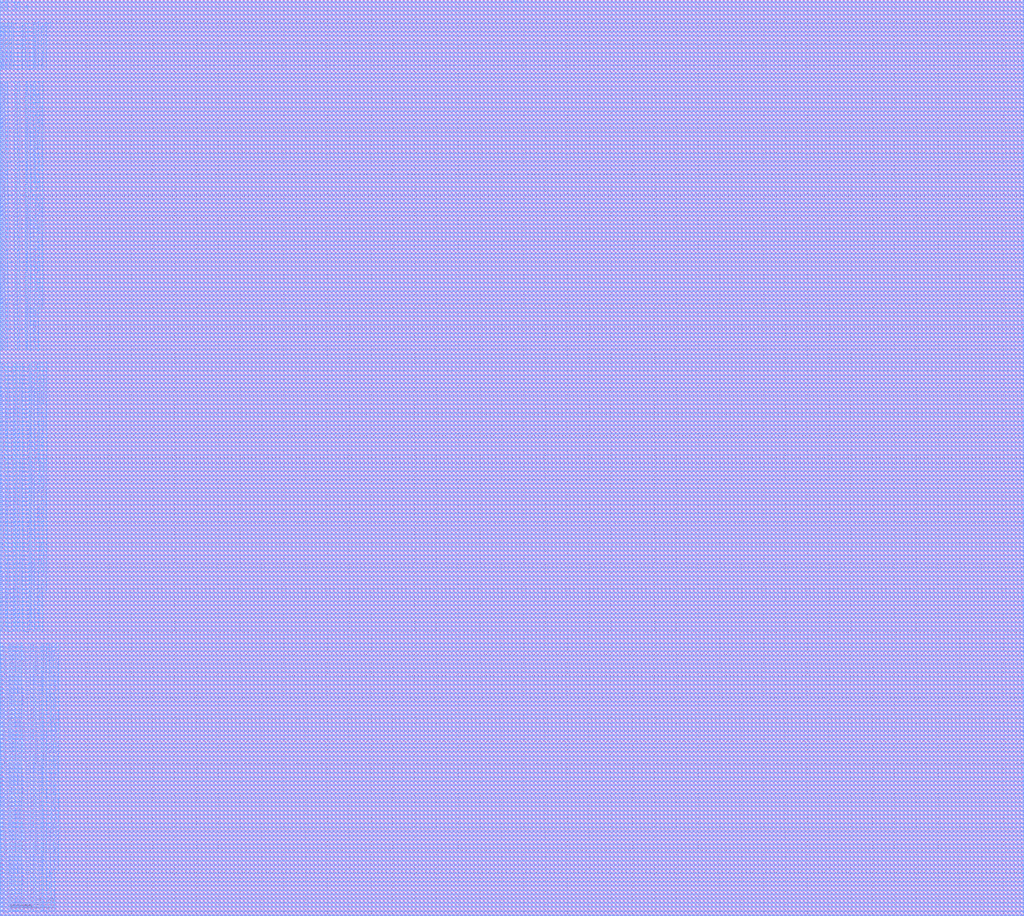
<source format=lef>
# Generated by FakeRAM 2.0
VERSION 5.7 ;
BUSBITCHARS "[]" ;
PROPERTYDEFINITIONS
  MACRO width INTEGER ;
  MACRO depth INTEGER ;
  MACRO banks INTEGER ;
END PROPERTYDEFINITIONS
MACRO fakeram7_dp_2048x64
  PROPERTY width 64 ;
  PROPERTY depth 2048 ;
  PROPERTY banks 8 ;
  FOREIGN fakeram7_dp_2048x64 0 0 ;
  SYMMETRY X Y ;
  SIZE 93.860 BY 84.000 ;
  CLASS BLOCK ;
  PIN w_mask_in_A[0]
    DIRECTION INPUT ;
    USE SIGNAL ;
    SHAPE ABUTMENT ;
    PORT
      LAYER M4 ;
      RECT 0.000 0.048 0.024 0.072 ;
    END
  END w_mask_in_A[0]
  PIN w_mask_in_B[0]
    DIRECTION INPUT ;
    USE SIGNAL ;
    SHAPE ABUTMENT ;
    PORT
      LAYER M4 ;
      RECT 93.836 0.048 93.860 0.072 ;
    END
  END w_mask_in_B[0]
  PIN w_mask_in_A[1]
    DIRECTION INPUT ;
    USE SIGNAL ;
    SHAPE ABUTMENT ;
    PORT
      LAYER M4 ;
      RECT 0.000 0.432 0.024 0.456 ;
    END
  END w_mask_in_A[1]
  PIN w_mask_in_B[1]
    DIRECTION INPUT ;
    USE SIGNAL ;
    SHAPE ABUTMENT ;
    PORT
      LAYER M4 ;
      RECT 93.836 0.432 93.860 0.456 ;
    END
  END w_mask_in_B[1]
  PIN w_mask_in_A[2]
    DIRECTION INPUT ;
    USE SIGNAL ;
    SHAPE ABUTMENT ;
    PORT
      LAYER M4 ;
      RECT 0.000 0.816 0.024 0.840 ;
    END
  END w_mask_in_A[2]
  PIN w_mask_in_B[2]
    DIRECTION INPUT ;
    USE SIGNAL ;
    SHAPE ABUTMENT ;
    PORT
      LAYER M4 ;
      RECT 93.836 0.816 93.860 0.840 ;
    END
  END w_mask_in_B[2]
  PIN w_mask_in_A[3]
    DIRECTION INPUT ;
    USE SIGNAL ;
    SHAPE ABUTMENT ;
    PORT
      LAYER M4 ;
      RECT 0.000 1.200 0.024 1.224 ;
    END
  END w_mask_in_A[3]
  PIN w_mask_in_B[3]
    DIRECTION INPUT ;
    USE SIGNAL ;
    SHAPE ABUTMENT ;
    PORT
      LAYER M4 ;
      RECT 93.836 1.200 93.860 1.224 ;
    END
  END w_mask_in_B[3]
  PIN w_mask_in_A[4]
    DIRECTION INPUT ;
    USE SIGNAL ;
    SHAPE ABUTMENT ;
    PORT
      LAYER M4 ;
      RECT 0.000 1.584 0.024 1.608 ;
    END
  END w_mask_in_A[4]
  PIN w_mask_in_B[4]
    DIRECTION INPUT ;
    USE SIGNAL ;
    SHAPE ABUTMENT ;
    PORT
      LAYER M4 ;
      RECT 93.836 1.584 93.860 1.608 ;
    END
  END w_mask_in_B[4]
  PIN w_mask_in_A[5]
    DIRECTION INPUT ;
    USE SIGNAL ;
    SHAPE ABUTMENT ;
    PORT
      LAYER M4 ;
      RECT 0.000 1.968 0.024 1.992 ;
    END
  END w_mask_in_A[5]
  PIN w_mask_in_B[5]
    DIRECTION INPUT ;
    USE SIGNAL ;
    SHAPE ABUTMENT ;
    PORT
      LAYER M4 ;
      RECT 93.836 1.968 93.860 1.992 ;
    END
  END w_mask_in_B[5]
  PIN w_mask_in_A[6]
    DIRECTION INPUT ;
    USE SIGNAL ;
    SHAPE ABUTMENT ;
    PORT
      LAYER M4 ;
      RECT 0.000 2.352 0.024 2.376 ;
    END
  END w_mask_in_A[6]
  PIN w_mask_in_B[6]
    DIRECTION INPUT ;
    USE SIGNAL ;
    SHAPE ABUTMENT ;
    PORT
      LAYER M4 ;
      RECT 93.836 2.352 93.860 2.376 ;
    END
  END w_mask_in_B[6]
  PIN w_mask_in_A[7]
    DIRECTION INPUT ;
    USE SIGNAL ;
    SHAPE ABUTMENT ;
    PORT
      LAYER M4 ;
      RECT 0.000 2.736 0.024 2.760 ;
    END
  END w_mask_in_A[7]
  PIN w_mask_in_B[7]
    DIRECTION INPUT ;
    USE SIGNAL ;
    SHAPE ABUTMENT ;
    PORT
      LAYER M4 ;
      RECT 93.836 2.736 93.860 2.760 ;
    END
  END w_mask_in_B[7]
  PIN w_mask_in_A[8]
    DIRECTION INPUT ;
    USE SIGNAL ;
    SHAPE ABUTMENT ;
    PORT
      LAYER M4 ;
      RECT 0.000 3.120 0.024 3.144 ;
    END
  END w_mask_in_A[8]
  PIN w_mask_in_B[8]
    DIRECTION INPUT ;
    USE SIGNAL ;
    SHAPE ABUTMENT ;
    PORT
      LAYER M4 ;
      RECT 93.836 3.120 93.860 3.144 ;
    END
  END w_mask_in_B[8]
  PIN w_mask_in_A[9]
    DIRECTION INPUT ;
    USE SIGNAL ;
    SHAPE ABUTMENT ;
    PORT
      LAYER M4 ;
      RECT 0.000 3.504 0.024 3.528 ;
    END
  END w_mask_in_A[9]
  PIN w_mask_in_B[9]
    DIRECTION INPUT ;
    USE SIGNAL ;
    SHAPE ABUTMENT ;
    PORT
      LAYER M4 ;
      RECT 93.836 3.504 93.860 3.528 ;
    END
  END w_mask_in_B[9]
  PIN w_mask_in_A[10]
    DIRECTION INPUT ;
    USE SIGNAL ;
    SHAPE ABUTMENT ;
    PORT
      LAYER M4 ;
      RECT 0.000 3.888 0.024 3.912 ;
    END
  END w_mask_in_A[10]
  PIN w_mask_in_B[10]
    DIRECTION INPUT ;
    USE SIGNAL ;
    SHAPE ABUTMENT ;
    PORT
      LAYER M4 ;
      RECT 93.836 3.888 93.860 3.912 ;
    END
  END w_mask_in_B[10]
  PIN w_mask_in_A[11]
    DIRECTION INPUT ;
    USE SIGNAL ;
    SHAPE ABUTMENT ;
    PORT
      LAYER M4 ;
      RECT 0.000 4.272 0.024 4.296 ;
    END
  END w_mask_in_A[11]
  PIN w_mask_in_B[11]
    DIRECTION INPUT ;
    USE SIGNAL ;
    SHAPE ABUTMENT ;
    PORT
      LAYER M4 ;
      RECT 93.836 4.272 93.860 4.296 ;
    END
  END w_mask_in_B[11]
  PIN w_mask_in_A[12]
    DIRECTION INPUT ;
    USE SIGNAL ;
    SHAPE ABUTMENT ;
    PORT
      LAYER M4 ;
      RECT 0.000 4.656 0.024 4.680 ;
    END
  END w_mask_in_A[12]
  PIN w_mask_in_B[12]
    DIRECTION INPUT ;
    USE SIGNAL ;
    SHAPE ABUTMENT ;
    PORT
      LAYER M4 ;
      RECT 93.836 4.656 93.860 4.680 ;
    END
  END w_mask_in_B[12]
  PIN w_mask_in_A[13]
    DIRECTION INPUT ;
    USE SIGNAL ;
    SHAPE ABUTMENT ;
    PORT
      LAYER M4 ;
      RECT 0.000 5.040 0.024 5.064 ;
    END
  END w_mask_in_A[13]
  PIN w_mask_in_B[13]
    DIRECTION INPUT ;
    USE SIGNAL ;
    SHAPE ABUTMENT ;
    PORT
      LAYER M4 ;
      RECT 93.836 5.040 93.860 5.064 ;
    END
  END w_mask_in_B[13]
  PIN w_mask_in_A[14]
    DIRECTION INPUT ;
    USE SIGNAL ;
    SHAPE ABUTMENT ;
    PORT
      LAYER M4 ;
      RECT 0.000 5.424 0.024 5.448 ;
    END
  END w_mask_in_A[14]
  PIN w_mask_in_B[14]
    DIRECTION INPUT ;
    USE SIGNAL ;
    SHAPE ABUTMENT ;
    PORT
      LAYER M4 ;
      RECT 93.836 5.424 93.860 5.448 ;
    END
  END w_mask_in_B[14]
  PIN w_mask_in_A[15]
    DIRECTION INPUT ;
    USE SIGNAL ;
    SHAPE ABUTMENT ;
    PORT
      LAYER M4 ;
      RECT 0.000 5.808 0.024 5.832 ;
    END
  END w_mask_in_A[15]
  PIN w_mask_in_B[15]
    DIRECTION INPUT ;
    USE SIGNAL ;
    SHAPE ABUTMENT ;
    PORT
      LAYER M4 ;
      RECT 93.836 5.808 93.860 5.832 ;
    END
  END w_mask_in_B[15]
  PIN w_mask_in_A[16]
    DIRECTION INPUT ;
    USE SIGNAL ;
    SHAPE ABUTMENT ;
    PORT
      LAYER M4 ;
      RECT 0.000 6.192 0.024 6.216 ;
    END
  END w_mask_in_A[16]
  PIN w_mask_in_B[16]
    DIRECTION INPUT ;
    USE SIGNAL ;
    SHAPE ABUTMENT ;
    PORT
      LAYER M4 ;
      RECT 93.836 6.192 93.860 6.216 ;
    END
  END w_mask_in_B[16]
  PIN w_mask_in_A[17]
    DIRECTION INPUT ;
    USE SIGNAL ;
    SHAPE ABUTMENT ;
    PORT
      LAYER M4 ;
      RECT 0.000 6.576 0.024 6.600 ;
    END
  END w_mask_in_A[17]
  PIN w_mask_in_B[17]
    DIRECTION INPUT ;
    USE SIGNAL ;
    SHAPE ABUTMENT ;
    PORT
      LAYER M4 ;
      RECT 93.836 6.576 93.860 6.600 ;
    END
  END w_mask_in_B[17]
  PIN w_mask_in_A[18]
    DIRECTION INPUT ;
    USE SIGNAL ;
    SHAPE ABUTMENT ;
    PORT
      LAYER M4 ;
      RECT 0.000 6.960 0.024 6.984 ;
    END
  END w_mask_in_A[18]
  PIN w_mask_in_B[18]
    DIRECTION INPUT ;
    USE SIGNAL ;
    SHAPE ABUTMENT ;
    PORT
      LAYER M4 ;
      RECT 93.836 6.960 93.860 6.984 ;
    END
  END w_mask_in_B[18]
  PIN w_mask_in_A[19]
    DIRECTION INPUT ;
    USE SIGNAL ;
    SHAPE ABUTMENT ;
    PORT
      LAYER M4 ;
      RECT 0.000 7.344 0.024 7.368 ;
    END
  END w_mask_in_A[19]
  PIN w_mask_in_B[19]
    DIRECTION INPUT ;
    USE SIGNAL ;
    SHAPE ABUTMENT ;
    PORT
      LAYER M4 ;
      RECT 93.836 7.344 93.860 7.368 ;
    END
  END w_mask_in_B[19]
  PIN w_mask_in_A[20]
    DIRECTION INPUT ;
    USE SIGNAL ;
    SHAPE ABUTMENT ;
    PORT
      LAYER M4 ;
      RECT 0.000 7.728 0.024 7.752 ;
    END
  END w_mask_in_A[20]
  PIN w_mask_in_B[20]
    DIRECTION INPUT ;
    USE SIGNAL ;
    SHAPE ABUTMENT ;
    PORT
      LAYER M4 ;
      RECT 93.836 7.728 93.860 7.752 ;
    END
  END w_mask_in_B[20]
  PIN w_mask_in_A[21]
    DIRECTION INPUT ;
    USE SIGNAL ;
    SHAPE ABUTMENT ;
    PORT
      LAYER M4 ;
      RECT 0.000 8.112 0.024 8.136 ;
    END
  END w_mask_in_A[21]
  PIN w_mask_in_B[21]
    DIRECTION INPUT ;
    USE SIGNAL ;
    SHAPE ABUTMENT ;
    PORT
      LAYER M4 ;
      RECT 93.836 8.112 93.860 8.136 ;
    END
  END w_mask_in_B[21]
  PIN w_mask_in_A[22]
    DIRECTION INPUT ;
    USE SIGNAL ;
    SHAPE ABUTMENT ;
    PORT
      LAYER M4 ;
      RECT 0.000 8.496 0.024 8.520 ;
    END
  END w_mask_in_A[22]
  PIN w_mask_in_B[22]
    DIRECTION INPUT ;
    USE SIGNAL ;
    SHAPE ABUTMENT ;
    PORT
      LAYER M4 ;
      RECT 93.836 8.496 93.860 8.520 ;
    END
  END w_mask_in_B[22]
  PIN w_mask_in_A[23]
    DIRECTION INPUT ;
    USE SIGNAL ;
    SHAPE ABUTMENT ;
    PORT
      LAYER M4 ;
      RECT 0.000 8.880 0.024 8.904 ;
    END
  END w_mask_in_A[23]
  PIN w_mask_in_B[23]
    DIRECTION INPUT ;
    USE SIGNAL ;
    SHAPE ABUTMENT ;
    PORT
      LAYER M4 ;
      RECT 93.836 8.880 93.860 8.904 ;
    END
  END w_mask_in_B[23]
  PIN w_mask_in_A[24]
    DIRECTION INPUT ;
    USE SIGNAL ;
    SHAPE ABUTMENT ;
    PORT
      LAYER M4 ;
      RECT 0.000 9.264 0.024 9.288 ;
    END
  END w_mask_in_A[24]
  PIN w_mask_in_B[24]
    DIRECTION INPUT ;
    USE SIGNAL ;
    SHAPE ABUTMENT ;
    PORT
      LAYER M4 ;
      RECT 93.836 9.264 93.860 9.288 ;
    END
  END w_mask_in_B[24]
  PIN w_mask_in_A[25]
    DIRECTION INPUT ;
    USE SIGNAL ;
    SHAPE ABUTMENT ;
    PORT
      LAYER M4 ;
      RECT 0.000 9.648 0.024 9.672 ;
    END
  END w_mask_in_A[25]
  PIN w_mask_in_B[25]
    DIRECTION INPUT ;
    USE SIGNAL ;
    SHAPE ABUTMENT ;
    PORT
      LAYER M4 ;
      RECT 93.836 9.648 93.860 9.672 ;
    END
  END w_mask_in_B[25]
  PIN w_mask_in_A[26]
    DIRECTION INPUT ;
    USE SIGNAL ;
    SHAPE ABUTMENT ;
    PORT
      LAYER M4 ;
      RECT 0.000 10.032 0.024 10.056 ;
    END
  END w_mask_in_A[26]
  PIN w_mask_in_B[26]
    DIRECTION INPUT ;
    USE SIGNAL ;
    SHAPE ABUTMENT ;
    PORT
      LAYER M4 ;
      RECT 93.836 10.032 93.860 10.056 ;
    END
  END w_mask_in_B[26]
  PIN w_mask_in_A[27]
    DIRECTION INPUT ;
    USE SIGNAL ;
    SHAPE ABUTMENT ;
    PORT
      LAYER M4 ;
      RECT 0.000 10.416 0.024 10.440 ;
    END
  END w_mask_in_A[27]
  PIN w_mask_in_B[27]
    DIRECTION INPUT ;
    USE SIGNAL ;
    SHAPE ABUTMENT ;
    PORT
      LAYER M4 ;
      RECT 93.836 10.416 93.860 10.440 ;
    END
  END w_mask_in_B[27]
  PIN w_mask_in_A[28]
    DIRECTION INPUT ;
    USE SIGNAL ;
    SHAPE ABUTMENT ;
    PORT
      LAYER M4 ;
      RECT 0.000 10.800 0.024 10.824 ;
    END
  END w_mask_in_A[28]
  PIN w_mask_in_B[28]
    DIRECTION INPUT ;
    USE SIGNAL ;
    SHAPE ABUTMENT ;
    PORT
      LAYER M4 ;
      RECT 93.836 10.800 93.860 10.824 ;
    END
  END w_mask_in_B[28]
  PIN w_mask_in_A[29]
    DIRECTION INPUT ;
    USE SIGNAL ;
    SHAPE ABUTMENT ;
    PORT
      LAYER M4 ;
      RECT 0.000 11.184 0.024 11.208 ;
    END
  END w_mask_in_A[29]
  PIN w_mask_in_B[29]
    DIRECTION INPUT ;
    USE SIGNAL ;
    SHAPE ABUTMENT ;
    PORT
      LAYER M4 ;
      RECT 93.836 11.184 93.860 11.208 ;
    END
  END w_mask_in_B[29]
  PIN w_mask_in_A[30]
    DIRECTION INPUT ;
    USE SIGNAL ;
    SHAPE ABUTMENT ;
    PORT
      LAYER M4 ;
      RECT 0.000 11.568 0.024 11.592 ;
    END
  END w_mask_in_A[30]
  PIN w_mask_in_B[30]
    DIRECTION INPUT ;
    USE SIGNAL ;
    SHAPE ABUTMENT ;
    PORT
      LAYER M4 ;
      RECT 93.836 11.568 93.860 11.592 ;
    END
  END w_mask_in_B[30]
  PIN w_mask_in_A[31]
    DIRECTION INPUT ;
    USE SIGNAL ;
    SHAPE ABUTMENT ;
    PORT
      LAYER M4 ;
      RECT 0.000 11.952 0.024 11.976 ;
    END
  END w_mask_in_A[31]
  PIN w_mask_in_B[31]
    DIRECTION INPUT ;
    USE SIGNAL ;
    SHAPE ABUTMENT ;
    PORT
      LAYER M4 ;
      RECT 93.836 11.952 93.860 11.976 ;
    END
  END w_mask_in_B[31]
  PIN w_mask_in_A[32]
    DIRECTION INPUT ;
    USE SIGNAL ;
    SHAPE ABUTMENT ;
    PORT
      LAYER M4 ;
      RECT 0.000 12.336 0.024 12.360 ;
    END
  END w_mask_in_A[32]
  PIN w_mask_in_B[32]
    DIRECTION INPUT ;
    USE SIGNAL ;
    SHAPE ABUTMENT ;
    PORT
      LAYER M4 ;
      RECT 93.836 12.336 93.860 12.360 ;
    END
  END w_mask_in_B[32]
  PIN w_mask_in_A[33]
    DIRECTION INPUT ;
    USE SIGNAL ;
    SHAPE ABUTMENT ;
    PORT
      LAYER M4 ;
      RECT 0.000 12.720 0.024 12.744 ;
    END
  END w_mask_in_A[33]
  PIN w_mask_in_B[33]
    DIRECTION INPUT ;
    USE SIGNAL ;
    SHAPE ABUTMENT ;
    PORT
      LAYER M4 ;
      RECT 93.836 12.720 93.860 12.744 ;
    END
  END w_mask_in_B[33]
  PIN w_mask_in_A[34]
    DIRECTION INPUT ;
    USE SIGNAL ;
    SHAPE ABUTMENT ;
    PORT
      LAYER M4 ;
      RECT 0.000 13.104 0.024 13.128 ;
    END
  END w_mask_in_A[34]
  PIN w_mask_in_B[34]
    DIRECTION INPUT ;
    USE SIGNAL ;
    SHAPE ABUTMENT ;
    PORT
      LAYER M4 ;
      RECT 93.836 13.104 93.860 13.128 ;
    END
  END w_mask_in_B[34]
  PIN w_mask_in_A[35]
    DIRECTION INPUT ;
    USE SIGNAL ;
    SHAPE ABUTMENT ;
    PORT
      LAYER M4 ;
      RECT 0.000 13.488 0.024 13.512 ;
    END
  END w_mask_in_A[35]
  PIN w_mask_in_B[35]
    DIRECTION INPUT ;
    USE SIGNAL ;
    SHAPE ABUTMENT ;
    PORT
      LAYER M4 ;
      RECT 93.836 13.488 93.860 13.512 ;
    END
  END w_mask_in_B[35]
  PIN w_mask_in_A[36]
    DIRECTION INPUT ;
    USE SIGNAL ;
    SHAPE ABUTMENT ;
    PORT
      LAYER M4 ;
      RECT 0.000 13.872 0.024 13.896 ;
    END
  END w_mask_in_A[36]
  PIN w_mask_in_B[36]
    DIRECTION INPUT ;
    USE SIGNAL ;
    SHAPE ABUTMENT ;
    PORT
      LAYER M4 ;
      RECT 93.836 13.872 93.860 13.896 ;
    END
  END w_mask_in_B[36]
  PIN w_mask_in_A[37]
    DIRECTION INPUT ;
    USE SIGNAL ;
    SHAPE ABUTMENT ;
    PORT
      LAYER M4 ;
      RECT 0.000 14.256 0.024 14.280 ;
    END
  END w_mask_in_A[37]
  PIN w_mask_in_B[37]
    DIRECTION INPUT ;
    USE SIGNAL ;
    SHAPE ABUTMENT ;
    PORT
      LAYER M4 ;
      RECT 93.836 14.256 93.860 14.280 ;
    END
  END w_mask_in_B[37]
  PIN w_mask_in_A[38]
    DIRECTION INPUT ;
    USE SIGNAL ;
    SHAPE ABUTMENT ;
    PORT
      LAYER M4 ;
      RECT 0.000 14.640 0.024 14.664 ;
    END
  END w_mask_in_A[38]
  PIN w_mask_in_B[38]
    DIRECTION INPUT ;
    USE SIGNAL ;
    SHAPE ABUTMENT ;
    PORT
      LAYER M4 ;
      RECT 93.836 14.640 93.860 14.664 ;
    END
  END w_mask_in_B[38]
  PIN w_mask_in_A[39]
    DIRECTION INPUT ;
    USE SIGNAL ;
    SHAPE ABUTMENT ;
    PORT
      LAYER M4 ;
      RECT 0.000 15.024 0.024 15.048 ;
    END
  END w_mask_in_A[39]
  PIN w_mask_in_B[39]
    DIRECTION INPUT ;
    USE SIGNAL ;
    SHAPE ABUTMENT ;
    PORT
      LAYER M4 ;
      RECT 93.836 15.024 93.860 15.048 ;
    END
  END w_mask_in_B[39]
  PIN w_mask_in_A[40]
    DIRECTION INPUT ;
    USE SIGNAL ;
    SHAPE ABUTMENT ;
    PORT
      LAYER M4 ;
      RECT 0.000 15.408 0.024 15.432 ;
    END
  END w_mask_in_A[40]
  PIN w_mask_in_B[40]
    DIRECTION INPUT ;
    USE SIGNAL ;
    SHAPE ABUTMENT ;
    PORT
      LAYER M4 ;
      RECT 93.836 15.408 93.860 15.432 ;
    END
  END w_mask_in_B[40]
  PIN w_mask_in_A[41]
    DIRECTION INPUT ;
    USE SIGNAL ;
    SHAPE ABUTMENT ;
    PORT
      LAYER M4 ;
      RECT 0.000 15.792 0.024 15.816 ;
    END
  END w_mask_in_A[41]
  PIN w_mask_in_B[41]
    DIRECTION INPUT ;
    USE SIGNAL ;
    SHAPE ABUTMENT ;
    PORT
      LAYER M4 ;
      RECT 93.836 15.792 93.860 15.816 ;
    END
  END w_mask_in_B[41]
  PIN w_mask_in_A[42]
    DIRECTION INPUT ;
    USE SIGNAL ;
    SHAPE ABUTMENT ;
    PORT
      LAYER M4 ;
      RECT 0.000 16.176 0.024 16.200 ;
    END
  END w_mask_in_A[42]
  PIN w_mask_in_B[42]
    DIRECTION INPUT ;
    USE SIGNAL ;
    SHAPE ABUTMENT ;
    PORT
      LAYER M4 ;
      RECT 93.836 16.176 93.860 16.200 ;
    END
  END w_mask_in_B[42]
  PIN w_mask_in_A[43]
    DIRECTION INPUT ;
    USE SIGNAL ;
    SHAPE ABUTMENT ;
    PORT
      LAYER M4 ;
      RECT 0.000 16.560 0.024 16.584 ;
    END
  END w_mask_in_A[43]
  PIN w_mask_in_B[43]
    DIRECTION INPUT ;
    USE SIGNAL ;
    SHAPE ABUTMENT ;
    PORT
      LAYER M4 ;
      RECT 93.836 16.560 93.860 16.584 ;
    END
  END w_mask_in_B[43]
  PIN w_mask_in_A[44]
    DIRECTION INPUT ;
    USE SIGNAL ;
    SHAPE ABUTMENT ;
    PORT
      LAYER M4 ;
      RECT 0.000 16.944 0.024 16.968 ;
    END
  END w_mask_in_A[44]
  PIN w_mask_in_B[44]
    DIRECTION INPUT ;
    USE SIGNAL ;
    SHAPE ABUTMENT ;
    PORT
      LAYER M4 ;
      RECT 93.836 16.944 93.860 16.968 ;
    END
  END w_mask_in_B[44]
  PIN w_mask_in_A[45]
    DIRECTION INPUT ;
    USE SIGNAL ;
    SHAPE ABUTMENT ;
    PORT
      LAYER M4 ;
      RECT 0.000 17.328 0.024 17.352 ;
    END
  END w_mask_in_A[45]
  PIN w_mask_in_B[45]
    DIRECTION INPUT ;
    USE SIGNAL ;
    SHAPE ABUTMENT ;
    PORT
      LAYER M4 ;
      RECT 93.836 17.328 93.860 17.352 ;
    END
  END w_mask_in_B[45]
  PIN w_mask_in_A[46]
    DIRECTION INPUT ;
    USE SIGNAL ;
    SHAPE ABUTMENT ;
    PORT
      LAYER M4 ;
      RECT 0.000 17.712 0.024 17.736 ;
    END
  END w_mask_in_A[46]
  PIN w_mask_in_B[46]
    DIRECTION INPUT ;
    USE SIGNAL ;
    SHAPE ABUTMENT ;
    PORT
      LAYER M4 ;
      RECT 93.836 17.712 93.860 17.736 ;
    END
  END w_mask_in_B[46]
  PIN w_mask_in_A[47]
    DIRECTION INPUT ;
    USE SIGNAL ;
    SHAPE ABUTMENT ;
    PORT
      LAYER M4 ;
      RECT 0.000 18.096 0.024 18.120 ;
    END
  END w_mask_in_A[47]
  PIN w_mask_in_B[47]
    DIRECTION INPUT ;
    USE SIGNAL ;
    SHAPE ABUTMENT ;
    PORT
      LAYER M4 ;
      RECT 93.836 18.096 93.860 18.120 ;
    END
  END w_mask_in_B[47]
  PIN w_mask_in_A[48]
    DIRECTION INPUT ;
    USE SIGNAL ;
    SHAPE ABUTMENT ;
    PORT
      LAYER M4 ;
      RECT 0.000 18.480 0.024 18.504 ;
    END
  END w_mask_in_A[48]
  PIN w_mask_in_B[48]
    DIRECTION INPUT ;
    USE SIGNAL ;
    SHAPE ABUTMENT ;
    PORT
      LAYER M4 ;
      RECT 93.836 18.480 93.860 18.504 ;
    END
  END w_mask_in_B[48]
  PIN w_mask_in_A[49]
    DIRECTION INPUT ;
    USE SIGNAL ;
    SHAPE ABUTMENT ;
    PORT
      LAYER M4 ;
      RECT 0.000 18.864 0.024 18.888 ;
    END
  END w_mask_in_A[49]
  PIN w_mask_in_B[49]
    DIRECTION INPUT ;
    USE SIGNAL ;
    SHAPE ABUTMENT ;
    PORT
      LAYER M4 ;
      RECT 93.836 18.864 93.860 18.888 ;
    END
  END w_mask_in_B[49]
  PIN w_mask_in_A[50]
    DIRECTION INPUT ;
    USE SIGNAL ;
    SHAPE ABUTMENT ;
    PORT
      LAYER M4 ;
      RECT 0.000 19.248 0.024 19.272 ;
    END
  END w_mask_in_A[50]
  PIN w_mask_in_B[50]
    DIRECTION INPUT ;
    USE SIGNAL ;
    SHAPE ABUTMENT ;
    PORT
      LAYER M4 ;
      RECT 93.836 19.248 93.860 19.272 ;
    END
  END w_mask_in_B[50]
  PIN w_mask_in_A[51]
    DIRECTION INPUT ;
    USE SIGNAL ;
    SHAPE ABUTMENT ;
    PORT
      LAYER M4 ;
      RECT 0.000 19.632 0.024 19.656 ;
    END
  END w_mask_in_A[51]
  PIN w_mask_in_B[51]
    DIRECTION INPUT ;
    USE SIGNAL ;
    SHAPE ABUTMENT ;
    PORT
      LAYER M4 ;
      RECT 93.836 19.632 93.860 19.656 ;
    END
  END w_mask_in_B[51]
  PIN w_mask_in_A[52]
    DIRECTION INPUT ;
    USE SIGNAL ;
    SHAPE ABUTMENT ;
    PORT
      LAYER M4 ;
      RECT 0.000 20.016 0.024 20.040 ;
    END
  END w_mask_in_A[52]
  PIN w_mask_in_B[52]
    DIRECTION INPUT ;
    USE SIGNAL ;
    SHAPE ABUTMENT ;
    PORT
      LAYER M4 ;
      RECT 93.836 20.016 93.860 20.040 ;
    END
  END w_mask_in_B[52]
  PIN w_mask_in_A[53]
    DIRECTION INPUT ;
    USE SIGNAL ;
    SHAPE ABUTMENT ;
    PORT
      LAYER M4 ;
      RECT 0.000 20.400 0.024 20.424 ;
    END
  END w_mask_in_A[53]
  PIN w_mask_in_B[53]
    DIRECTION INPUT ;
    USE SIGNAL ;
    SHAPE ABUTMENT ;
    PORT
      LAYER M4 ;
      RECT 93.836 20.400 93.860 20.424 ;
    END
  END w_mask_in_B[53]
  PIN w_mask_in_A[54]
    DIRECTION INPUT ;
    USE SIGNAL ;
    SHAPE ABUTMENT ;
    PORT
      LAYER M4 ;
      RECT 0.000 20.784 0.024 20.808 ;
    END
  END w_mask_in_A[54]
  PIN w_mask_in_B[54]
    DIRECTION INPUT ;
    USE SIGNAL ;
    SHAPE ABUTMENT ;
    PORT
      LAYER M4 ;
      RECT 93.836 20.784 93.860 20.808 ;
    END
  END w_mask_in_B[54]
  PIN w_mask_in_A[55]
    DIRECTION INPUT ;
    USE SIGNAL ;
    SHAPE ABUTMENT ;
    PORT
      LAYER M4 ;
      RECT 0.000 21.168 0.024 21.192 ;
    END
  END w_mask_in_A[55]
  PIN w_mask_in_B[55]
    DIRECTION INPUT ;
    USE SIGNAL ;
    SHAPE ABUTMENT ;
    PORT
      LAYER M4 ;
      RECT 93.836 21.168 93.860 21.192 ;
    END
  END w_mask_in_B[55]
  PIN w_mask_in_A[56]
    DIRECTION INPUT ;
    USE SIGNAL ;
    SHAPE ABUTMENT ;
    PORT
      LAYER M4 ;
      RECT 0.000 21.552 0.024 21.576 ;
    END
  END w_mask_in_A[56]
  PIN w_mask_in_B[56]
    DIRECTION INPUT ;
    USE SIGNAL ;
    SHAPE ABUTMENT ;
    PORT
      LAYER M4 ;
      RECT 93.836 21.552 93.860 21.576 ;
    END
  END w_mask_in_B[56]
  PIN w_mask_in_A[57]
    DIRECTION INPUT ;
    USE SIGNAL ;
    SHAPE ABUTMENT ;
    PORT
      LAYER M4 ;
      RECT 0.000 21.936 0.024 21.960 ;
    END
  END w_mask_in_A[57]
  PIN w_mask_in_B[57]
    DIRECTION INPUT ;
    USE SIGNAL ;
    SHAPE ABUTMENT ;
    PORT
      LAYER M4 ;
      RECT 93.836 21.936 93.860 21.960 ;
    END
  END w_mask_in_B[57]
  PIN w_mask_in_A[58]
    DIRECTION INPUT ;
    USE SIGNAL ;
    SHAPE ABUTMENT ;
    PORT
      LAYER M4 ;
      RECT 0.000 22.320 0.024 22.344 ;
    END
  END w_mask_in_A[58]
  PIN w_mask_in_B[58]
    DIRECTION INPUT ;
    USE SIGNAL ;
    SHAPE ABUTMENT ;
    PORT
      LAYER M4 ;
      RECT 93.836 22.320 93.860 22.344 ;
    END
  END w_mask_in_B[58]
  PIN w_mask_in_A[59]
    DIRECTION INPUT ;
    USE SIGNAL ;
    SHAPE ABUTMENT ;
    PORT
      LAYER M4 ;
      RECT 0.000 22.704 0.024 22.728 ;
    END
  END w_mask_in_A[59]
  PIN w_mask_in_B[59]
    DIRECTION INPUT ;
    USE SIGNAL ;
    SHAPE ABUTMENT ;
    PORT
      LAYER M4 ;
      RECT 93.836 22.704 93.860 22.728 ;
    END
  END w_mask_in_B[59]
  PIN w_mask_in_A[60]
    DIRECTION INPUT ;
    USE SIGNAL ;
    SHAPE ABUTMENT ;
    PORT
      LAYER M4 ;
      RECT 0.000 23.088 0.024 23.112 ;
    END
  END w_mask_in_A[60]
  PIN w_mask_in_B[60]
    DIRECTION INPUT ;
    USE SIGNAL ;
    SHAPE ABUTMENT ;
    PORT
      LAYER M4 ;
      RECT 93.836 23.088 93.860 23.112 ;
    END
  END w_mask_in_B[60]
  PIN w_mask_in_A[61]
    DIRECTION INPUT ;
    USE SIGNAL ;
    SHAPE ABUTMENT ;
    PORT
      LAYER M4 ;
      RECT 0.000 23.472 0.024 23.496 ;
    END
  END w_mask_in_A[61]
  PIN w_mask_in_B[61]
    DIRECTION INPUT ;
    USE SIGNAL ;
    SHAPE ABUTMENT ;
    PORT
      LAYER M4 ;
      RECT 93.836 23.472 93.860 23.496 ;
    END
  END w_mask_in_B[61]
  PIN w_mask_in_A[62]
    DIRECTION INPUT ;
    USE SIGNAL ;
    SHAPE ABUTMENT ;
    PORT
      LAYER M4 ;
      RECT 0.000 23.856 0.024 23.880 ;
    END
  END w_mask_in_A[62]
  PIN w_mask_in_B[62]
    DIRECTION INPUT ;
    USE SIGNAL ;
    SHAPE ABUTMENT ;
    PORT
      LAYER M4 ;
      RECT 93.836 23.856 93.860 23.880 ;
    END
  END w_mask_in_B[62]
  PIN w_mask_in_A[63]
    DIRECTION INPUT ;
    USE SIGNAL ;
    SHAPE ABUTMENT ;
    PORT
      LAYER M4 ;
      RECT 0.000 24.240 0.024 24.264 ;
    END
  END w_mask_in_A[63]
  PIN w_mask_in_B[63]
    DIRECTION INPUT ;
    USE SIGNAL ;
    SHAPE ABUTMENT ;
    PORT
      LAYER M4 ;
      RECT 93.836 24.240 93.860 24.264 ;
    END
  END w_mask_in_B[63]
  PIN rd_out_A[0]
    DIRECTION OUTPUT ;
    USE SIGNAL ;
    SHAPE ABUTMENT ;
    PORT
      LAYER M4 ;
      RECT 0.000 25.824 0.024 25.848 ;
    END
  END rd_out_A[0]
  PIN rd_out_B[0]
    DIRECTION OUTPUT ;
    USE SIGNAL ;
    SHAPE ABUTMENT ;
    PORT
      LAYER M4 ;
      RECT 93.836 25.824 93.860 25.848 ;
    END
  END rd_out_B[0]
  PIN rd_out_A[1]
    DIRECTION OUTPUT ;
    USE SIGNAL ;
    SHAPE ABUTMENT ;
    PORT
      LAYER M4 ;
      RECT 0.000 26.208 0.024 26.232 ;
    END
  END rd_out_A[1]
  PIN rd_out_B[1]
    DIRECTION OUTPUT ;
    USE SIGNAL ;
    SHAPE ABUTMENT ;
    PORT
      LAYER M4 ;
      RECT 93.836 26.208 93.860 26.232 ;
    END
  END rd_out_B[1]
  PIN rd_out_A[2]
    DIRECTION OUTPUT ;
    USE SIGNAL ;
    SHAPE ABUTMENT ;
    PORT
      LAYER M4 ;
      RECT 0.000 26.592 0.024 26.616 ;
    END
  END rd_out_A[2]
  PIN rd_out_B[2]
    DIRECTION OUTPUT ;
    USE SIGNAL ;
    SHAPE ABUTMENT ;
    PORT
      LAYER M4 ;
      RECT 93.836 26.592 93.860 26.616 ;
    END
  END rd_out_B[2]
  PIN rd_out_A[3]
    DIRECTION OUTPUT ;
    USE SIGNAL ;
    SHAPE ABUTMENT ;
    PORT
      LAYER M4 ;
      RECT 0.000 26.976 0.024 27.000 ;
    END
  END rd_out_A[3]
  PIN rd_out_B[3]
    DIRECTION OUTPUT ;
    USE SIGNAL ;
    SHAPE ABUTMENT ;
    PORT
      LAYER M4 ;
      RECT 93.836 26.976 93.860 27.000 ;
    END
  END rd_out_B[3]
  PIN rd_out_A[4]
    DIRECTION OUTPUT ;
    USE SIGNAL ;
    SHAPE ABUTMENT ;
    PORT
      LAYER M4 ;
      RECT 0.000 27.360 0.024 27.384 ;
    END
  END rd_out_A[4]
  PIN rd_out_B[4]
    DIRECTION OUTPUT ;
    USE SIGNAL ;
    SHAPE ABUTMENT ;
    PORT
      LAYER M4 ;
      RECT 93.836 27.360 93.860 27.384 ;
    END
  END rd_out_B[4]
  PIN rd_out_A[5]
    DIRECTION OUTPUT ;
    USE SIGNAL ;
    SHAPE ABUTMENT ;
    PORT
      LAYER M4 ;
      RECT 0.000 27.744 0.024 27.768 ;
    END
  END rd_out_A[5]
  PIN rd_out_B[5]
    DIRECTION OUTPUT ;
    USE SIGNAL ;
    SHAPE ABUTMENT ;
    PORT
      LAYER M4 ;
      RECT 93.836 27.744 93.860 27.768 ;
    END
  END rd_out_B[5]
  PIN rd_out_A[6]
    DIRECTION OUTPUT ;
    USE SIGNAL ;
    SHAPE ABUTMENT ;
    PORT
      LAYER M4 ;
      RECT 0.000 28.128 0.024 28.152 ;
    END
  END rd_out_A[6]
  PIN rd_out_B[6]
    DIRECTION OUTPUT ;
    USE SIGNAL ;
    SHAPE ABUTMENT ;
    PORT
      LAYER M4 ;
      RECT 93.836 28.128 93.860 28.152 ;
    END
  END rd_out_B[6]
  PIN rd_out_A[7]
    DIRECTION OUTPUT ;
    USE SIGNAL ;
    SHAPE ABUTMENT ;
    PORT
      LAYER M4 ;
      RECT 0.000 28.512 0.024 28.536 ;
    END
  END rd_out_A[7]
  PIN rd_out_B[7]
    DIRECTION OUTPUT ;
    USE SIGNAL ;
    SHAPE ABUTMENT ;
    PORT
      LAYER M4 ;
      RECT 93.836 28.512 93.860 28.536 ;
    END
  END rd_out_B[7]
  PIN rd_out_A[8]
    DIRECTION OUTPUT ;
    USE SIGNAL ;
    SHAPE ABUTMENT ;
    PORT
      LAYER M4 ;
      RECT 0.000 28.896 0.024 28.920 ;
    END
  END rd_out_A[8]
  PIN rd_out_B[8]
    DIRECTION OUTPUT ;
    USE SIGNAL ;
    SHAPE ABUTMENT ;
    PORT
      LAYER M4 ;
      RECT 93.836 28.896 93.860 28.920 ;
    END
  END rd_out_B[8]
  PIN rd_out_A[9]
    DIRECTION OUTPUT ;
    USE SIGNAL ;
    SHAPE ABUTMENT ;
    PORT
      LAYER M4 ;
      RECT 0.000 29.280 0.024 29.304 ;
    END
  END rd_out_A[9]
  PIN rd_out_B[9]
    DIRECTION OUTPUT ;
    USE SIGNAL ;
    SHAPE ABUTMENT ;
    PORT
      LAYER M4 ;
      RECT 93.836 29.280 93.860 29.304 ;
    END
  END rd_out_B[9]
  PIN rd_out_A[10]
    DIRECTION OUTPUT ;
    USE SIGNAL ;
    SHAPE ABUTMENT ;
    PORT
      LAYER M4 ;
      RECT 0.000 29.664 0.024 29.688 ;
    END
  END rd_out_A[10]
  PIN rd_out_B[10]
    DIRECTION OUTPUT ;
    USE SIGNAL ;
    SHAPE ABUTMENT ;
    PORT
      LAYER M4 ;
      RECT 93.836 29.664 93.860 29.688 ;
    END
  END rd_out_B[10]
  PIN rd_out_A[11]
    DIRECTION OUTPUT ;
    USE SIGNAL ;
    SHAPE ABUTMENT ;
    PORT
      LAYER M4 ;
      RECT 0.000 30.048 0.024 30.072 ;
    END
  END rd_out_A[11]
  PIN rd_out_B[11]
    DIRECTION OUTPUT ;
    USE SIGNAL ;
    SHAPE ABUTMENT ;
    PORT
      LAYER M4 ;
      RECT 93.836 30.048 93.860 30.072 ;
    END
  END rd_out_B[11]
  PIN rd_out_A[12]
    DIRECTION OUTPUT ;
    USE SIGNAL ;
    SHAPE ABUTMENT ;
    PORT
      LAYER M4 ;
      RECT 0.000 30.432 0.024 30.456 ;
    END
  END rd_out_A[12]
  PIN rd_out_B[12]
    DIRECTION OUTPUT ;
    USE SIGNAL ;
    SHAPE ABUTMENT ;
    PORT
      LAYER M4 ;
      RECT 93.836 30.432 93.860 30.456 ;
    END
  END rd_out_B[12]
  PIN rd_out_A[13]
    DIRECTION OUTPUT ;
    USE SIGNAL ;
    SHAPE ABUTMENT ;
    PORT
      LAYER M4 ;
      RECT 0.000 30.816 0.024 30.840 ;
    END
  END rd_out_A[13]
  PIN rd_out_B[13]
    DIRECTION OUTPUT ;
    USE SIGNAL ;
    SHAPE ABUTMENT ;
    PORT
      LAYER M4 ;
      RECT 93.836 30.816 93.860 30.840 ;
    END
  END rd_out_B[13]
  PIN rd_out_A[14]
    DIRECTION OUTPUT ;
    USE SIGNAL ;
    SHAPE ABUTMENT ;
    PORT
      LAYER M4 ;
      RECT 0.000 31.200 0.024 31.224 ;
    END
  END rd_out_A[14]
  PIN rd_out_B[14]
    DIRECTION OUTPUT ;
    USE SIGNAL ;
    SHAPE ABUTMENT ;
    PORT
      LAYER M4 ;
      RECT 93.836 31.200 93.860 31.224 ;
    END
  END rd_out_B[14]
  PIN rd_out_A[15]
    DIRECTION OUTPUT ;
    USE SIGNAL ;
    SHAPE ABUTMENT ;
    PORT
      LAYER M4 ;
      RECT 0.000 31.584 0.024 31.608 ;
    END
  END rd_out_A[15]
  PIN rd_out_B[15]
    DIRECTION OUTPUT ;
    USE SIGNAL ;
    SHAPE ABUTMENT ;
    PORT
      LAYER M4 ;
      RECT 93.836 31.584 93.860 31.608 ;
    END
  END rd_out_B[15]
  PIN rd_out_A[16]
    DIRECTION OUTPUT ;
    USE SIGNAL ;
    SHAPE ABUTMENT ;
    PORT
      LAYER M4 ;
      RECT 0.000 31.968 0.024 31.992 ;
    END
  END rd_out_A[16]
  PIN rd_out_B[16]
    DIRECTION OUTPUT ;
    USE SIGNAL ;
    SHAPE ABUTMENT ;
    PORT
      LAYER M4 ;
      RECT 93.836 31.968 93.860 31.992 ;
    END
  END rd_out_B[16]
  PIN rd_out_A[17]
    DIRECTION OUTPUT ;
    USE SIGNAL ;
    SHAPE ABUTMENT ;
    PORT
      LAYER M4 ;
      RECT 0.000 32.352 0.024 32.376 ;
    END
  END rd_out_A[17]
  PIN rd_out_B[17]
    DIRECTION OUTPUT ;
    USE SIGNAL ;
    SHAPE ABUTMENT ;
    PORT
      LAYER M4 ;
      RECT 93.836 32.352 93.860 32.376 ;
    END
  END rd_out_B[17]
  PIN rd_out_A[18]
    DIRECTION OUTPUT ;
    USE SIGNAL ;
    SHAPE ABUTMENT ;
    PORT
      LAYER M4 ;
      RECT 0.000 32.736 0.024 32.760 ;
    END
  END rd_out_A[18]
  PIN rd_out_B[18]
    DIRECTION OUTPUT ;
    USE SIGNAL ;
    SHAPE ABUTMENT ;
    PORT
      LAYER M4 ;
      RECT 93.836 32.736 93.860 32.760 ;
    END
  END rd_out_B[18]
  PIN rd_out_A[19]
    DIRECTION OUTPUT ;
    USE SIGNAL ;
    SHAPE ABUTMENT ;
    PORT
      LAYER M4 ;
      RECT 0.000 33.120 0.024 33.144 ;
    END
  END rd_out_A[19]
  PIN rd_out_B[19]
    DIRECTION OUTPUT ;
    USE SIGNAL ;
    SHAPE ABUTMENT ;
    PORT
      LAYER M4 ;
      RECT 93.836 33.120 93.860 33.144 ;
    END
  END rd_out_B[19]
  PIN rd_out_A[20]
    DIRECTION OUTPUT ;
    USE SIGNAL ;
    SHAPE ABUTMENT ;
    PORT
      LAYER M4 ;
      RECT 0.000 33.504 0.024 33.528 ;
    END
  END rd_out_A[20]
  PIN rd_out_B[20]
    DIRECTION OUTPUT ;
    USE SIGNAL ;
    SHAPE ABUTMENT ;
    PORT
      LAYER M4 ;
      RECT 93.836 33.504 93.860 33.528 ;
    END
  END rd_out_B[20]
  PIN rd_out_A[21]
    DIRECTION OUTPUT ;
    USE SIGNAL ;
    SHAPE ABUTMENT ;
    PORT
      LAYER M4 ;
      RECT 0.000 33.888 0.024 33.912 ;
    END
  END rd_out_A[21]
  PIN rd_out_B[21]
    DIRECTION OUTPUT ;
    USE SIGNAL ;
    SHAPE ABUTMENT ;
    PORT
      LAYER M4 ;
      RECT 93.836 33.888 93.860 33.912 ;
    END
  END rd_out_B[21]
  PIN rd_out_A[22]
    DIRECTION OUTPUT ;
    USE SIGNAL ;
    SHAPE ABUTMENT ;
    PORT
      LAYER M4 ;
      RECT 0.000 34.272 0.024 34.296 ;
    END
  END rd_out_A[22]
  PIN rd_out_B[22]
    DIRECTION OUTPUT ;
    USE SIGNAL ;
    SHAPE ABUTMENT ;
    PORT
      LAYER M4 ;
      RECT 93.836 34.272 93.860 34.296 ;
    END
  END rd_out_B[22]
  PIN rd_out_A[23]
    DIRECTION OUTPUT ;
    USE SIGNAL ;
    SHAPE ABUTMENT ;
    PORT
      LAYER M4 ;
      RECT 0.000 34.656 0.024 34.680 ;
    END
  END rd_out_A[23]
  PIN rd_out_B[23]
    DIRECTION OUTPUT ;
    USE SIGNAL ;
    SHAPE ABUTMENT ;
    PORT
      LAYER M4 ;
      RECT 93.836 34.656 93.860 34.680 ;
    END
  END rd_out_B[23]
  PIN rd_out_A[24]
    DIRECTION OUTPUT ;
    USE SIGNAL ;
    SHAPE ABUTMENT ;
    PORT
      LAYER M4 ;
      RECT 0.000 35.040 0.024 35.064 ;
    END
  END rd_out_A[24]
  PIN rd_out_B[24]
    DIRECTION OUTPUT ;
    USE SIGNAL ;
    SHAPE ABUTMENT ;
    PORT
      LAYER M4 ;
      RECT 93.836 35.040 93.860 35.064 ;
    END
  END rd_out_B[24]
  PIN rd_out_A[25]
    DIRECTION OUTPUT ;
    USE SIGNAL ;
    SHAPE ABUTMENT ;
    PORT
      LAYER M4 ;
      RECT 0.000 35.424 0.024 35.448 ;
    END
  END rd_out_A[25]
  PIN rd_out_B[25]
    DIRECTION OUTPUT ;
    USE SIGNAL ;
    SHAPE ABUTMENT ;
    PORT
      LAYER M4 ;
      RECT 93.836 35.424 93.860 35.448 ;
    END
  END rd_out_B[25]
  PIN rd_out_A[26]
    DIRECTION OUTPUT ;
    USE SIGNAL ;
    SHAPE ABUTMENT ;
    PORT
      LAYER M4 ;
      RECT 0.000 35.808 0.024 35.832 ;
    END
  END rd_out_A[26]
  PIN rd_out_B[26]
    DIRECTION OUTPUT ;
    USE SIGNAL ;
    SHAPE ABUTMENT ;
    PORT
      LAYER M4 ;
      RECT 93.836 35.808 93.860 35.832 ;
    END
  END rd_out_B[26]
  PIN rd_out_A[27]
    DIRECTION OUTPUT ;
    USE SIGNAL ;
    SHAPE ABUTMENT ;
    PORT
      LAYER M4 ;
      RECT 0.000 36.192 0.024 36.216 ;
    END
  END rd_out_A[27]
  PIN rd_out_B[27]
    DIRECTION OUTPUT ;
    USE SIGNAL ;
    SHAPE ABUTMENT ;
    PORT
      LAYER M4 ;
      RECT 93.836 36.192 93.860 36.216 ;
    END
  END rd_out_B[27]
  PIN rd_out_A[28]
    DIRECTION OUTPUT ;
    USE SIGNAL ;
    SHAPE ABUTMENT ;
    PORT
      LAYER M4 ;
      RECT 0.000 36.576 0.024 36.600 ;
    END
  END rd_out_A[28]
  PIN rd_out_B[28]
    DIRECTION OUTPUT ;
    USE SIGNAL ;
    SHAPE ABUTMENT ;
    PORT
      LAYER M4 ;
      RECT 93.836 36.576 93.860 36.600 ;
    END
  END rd_out_B[28]
  PIN rd_out_A[29]
    DIRECTION OUTPUT ;
    USE SIGNAL ;
    SHAPE ABUTMENT ;
    PORT
      LAYER M4 ;
      RECT 0.000 36.960 0.024 36.984 ;
    END
  END rd_out_A[29]
  PIN rd_out_B[29]
    DIRECTION OUTPUT ;
    USE SIGNAL ;
    SHAPE ABUTMENT ;
    PORT
      LAYER M4 ;
      RECT 93.836 36.960 93.860 36.984 ;
    END
  END rd_out_B[29]
  PIN rd_out_A[30]
    DIRECTION OUTPUT ;
    USE SIGNAL ;
    SHAPE ABUTMENT ;
    PORT
      LAYER M4 ;
      RECT 0.000 37.344 0.024 37.368 ;
    END
  END rd_out_A[30]
  PIN rd_out_B[30]
    DIRECTION OUTPUT ;
    USE SIGNAL ;
    SHAPE ABUTMENT ;
    PORT
      LAYER M4 ;
      RECT 93.836 37.344 93.860 37.368 ;
    END
  END rd_out_B[30]
  PIN rd_out_A[31]
    DIRECTION OUTPUT ;
    USE SIGNAL ;
    SHAPE ABUTMENT ;
    PORT
      LAYER M4 ;
      RECT 0.000 37.728 0.024 37.752 ;
    END
  END rd_out_A[31]
  PIN rd_out_B[31]
    DIRECTION OUTPUT ;
    USE SIGNAL ;
    SHAPE ABUTMENT ;
    PORT
      LAYER M4 ;
      RECT 93.836 37.728 93.860 37.752 ;
    END
  END rd_out_B[31]
  PIN rd_out_A[32]
    DIRECTION OUTPUT ;
    USE SIGNAL ;
    SHAPE ABUTMENT ;
    PORT
      LAYER M4 ;
      RECT 0.000 38.112 0.024 38.136 ;
    END
  END rd_out_A[32]
  PIN rd_out_B[32]
    DIRECTION OUTPUT ;
    USE SIGNAL ;
    SHAPE ABUTMENT ;
    PORT
      LAYER M4 ;
      RECT 93.836 38.112 93.860 38.136 ;
    END
  END rd_out_B[32]
  PIN rd_out_A[33]
    DIRECTION OUTPUT ;
    USE SIGNAL ;
    SHAPE ABUTMENT ;
    PORT
      LAYER M4 ;
      RECT 0.000 38.496 0.024 38.520 ;
    END
  END rd_out_A[33]
  PIN rd_out_B[33]
    DIRECTION OUTPUT ;
    USE SIGNAL ;
    SHAPE ABUTMENT ;
    PORT
      LAYER M4 ;
      RECT 93.836 38.496 93.860 38.520 ;
    END
  END rd_out_B[33]
  PIN rd_out_A[34]
    DIRECTION OUTPUT ;
    USE SIGNAL ;
    SHAPE ABUTMENT ;
    PORT
      LAYER M4 ;
      RECT 0.000 38.880 0.024 38.904 ;
    END
  END rd_out_A[34]
  PIN rd_out_B[34]
    DIRECTION OUTPUT ;
    USE SIGNAL ;
    SHAPE ABUTMENT ;
    PORT
      LAYER M4 ;
      RECT 93.836 38.880 93.860 38.904 ;
    END
  END rd_out_B[34]
  PIN rd_out_A[35]
    DIRECTION OUTPUT ;
    USE SIGNAL ;
    SHAPE ABUTMENT ;
    PORT
      LAYER M4 ;
      RECT 0.000 39.264 0.024 39.288 ;
    END
  END rd_out_A[35]
  PIN rd_out_B[35]
    DIRECTION OUTPUT ;
    USE SIGNAL ;
    SHAPE ABUTMENT ;
    PORT
      LAYER M4 ;
      RECT 93.836 39.264 93.860 39.288 ;
    END
  END rd_out_B[35]
  PIN rd_out_A[36]
    DIRECTION OUTPUT ;
    USE SIGNAL ;
    SHAPE ABUTMENT ;
    PORT
      LAYER M4 ;
      RECT 0.000 39.648 0.024 39.672 ;
    END
  END rd_out_A[36]
  PIN rd_out_B[36]
    DIRECTION OUTPUT ;
    USE SIGNAL ;
    SHAPE ABUTMENT ;
    PORT
      LAYER M4 ;
      RECT 93.836 39.648 93.860 39.672 ;
    END
  END rd_out_B[36]
  PIN rd_out_A[37]
    DIRECTION OUTPUT ;
    USE SIGNAL ;
    SHAPE ABUTMENT ;
    PORT
      LAYER M4 ;
      RECT 0.000 40.032 0.024 40.056 ;
    END
  END rd_out_A[37]
  PIN rd_out_B[37]
    DIRECTION OUTPUT ;
    USE SIGNAL ;
    SHAPE ABUTMENT ;
    PORT
      LAYER M4 ;
      RECT 93.836 40.032 93.860 40.056 ;
    END
  END rd_out_B[37]
  PIN rd_out_A[38]
    DIRECTION OUTPUT ;
    USE SIGNAL ;
    SHAPE ABUTMENT ;
    PORT
      LAYER M4 ;
      RECT 0.000 40.416 0.024 40.440 ;
    END
  END rd_out_A[38]
  PIN rd_out_B[38]
    DIRECTION OUTPUT ;
    USE SIGNAL ;
    SHAPE ABUTMENT ;
    PORT
      LAYER M4 ;
      RECT 93.836 40.416 93.860 40.440 ;
    END
  END rd_out_B[38]
  PIN rd_out_A[39]
    DIRECTION OUTPUT ;
    USE SIGNAL ;
    SHAPE ABUTMENT ;
    PORT
      LAYER M4 ;
      RECT 0.000 40.800 0.024 40.824 ;
    END
  END rd_out_A[39]
  PIN rd_out_B[39]
    DIRECTION OUTPUT ;
    USE SIGNAL ;
    SHAPE ABUTMENT ;
    PORT
      LAYER M4 ;
      RECT 93.836 40.800 93.860 40.824 ;
    END
  END rd_out_B[39]
  PIN rd_out_A[40]
    DIRECTION OUTPUT ;
    USE SIGNAL ;
    SHAPE ABUTMENT ;
    PORT
      LAYER M4 ;
      RECT 0.000 41.184 0.024 41.208 ;
    END
  END rd_out_A[40]
  PIN rd_out_B[40]
    DIRECTION OUTPUT ;
    USE SIGNAL ;
    SHAPE ABUTMENT ;
    PORT
      LAYER M4 ;
      RECT 93.836 41.184 93.860 41.208 ;
    END
  END rd_out_B[40]
  PIN rd_out_A[41]
    DIRECTION OUTPUT ;
    USE SIGNAL ;
    SHAPE ABUTMENT ;
    PORT
      LAYER M4 ;
      RECT 0.000 41.568 0.024 41.592 ;
    END
  END rd_out_A[41]
  PIN rd_out_B[41]
    DIRECTION OUTPUT ;
    USE SIGNAL ;
    SHAPE ABUTMENT ;
    PORT
      LAYER M4 ;
      RECT 93.836 41.568 93.860 41.592 ;
    END
  END rd_out_B[41]
  PIN rd_out_A[42]
    DIRECTION OUTPUT ;
    USE SIGNAL ;
    SHAPE ABUTMENT ;
    PORT
      LAYER M4 ;
      RECT 0.000 41.952 0.024 41.976 ;
    END
  END rd_out_A[42]
  PIN rd_out_B[42]
    DIRECTION OUTPUT ;
    USE SIGNAL ;
    SHAPE ABUTMENT ;
    PORT
      LAYER M4 ;
      RECT 93.836 41.952 93.860 41.976 ;
    END
  END rd_out_B[42]
  PIN rd_out_A[43]
    DIRECTION OUTPUT ;
    USE SIGNAL ;
    SHAPE ABUTMENT ;
    PORT
      LAYER M4 ;
      RECT 0.000 42.336 0.024 42.360 ;
    END
  END rd_out_A[43]
  PIN rd_out_B[43]
    DIRECTION OUTPUT ;
    USE SIGNAL ;
    SHAPE ABUTMENT ;
    PORT
      LAYER M4 ;
      RECT 93.836 42.336 93.860 42.360 ;
    END
  END rd_out_B[43]
  PIN rd_out_A[44]
    DIRECTION OUTPUT ;
    USE SIGNAL ;
    SHAPE ABUTMENT ;
    PORT
      LAYER M4 ;
      RECT 0.000 42.720 0.024 42.744 ;
    END
  END rd_out_A[44]
  PIN rd_out_B[44]
    DIRECTION OUTPUT ;
    USE SIGNAL ;
    SHAPE ABUTMENT ;
    PORT
      LAYER M4 ;
      RECT 93.836 42.720 93.860 42.744 ;
    END
  END rd_out_B[44]
  PIN rd_out_A[45]
    DIRECTION OUTPUT ;
    USE SIGNAL ;
    SHAPE ABUTMENT ;
    PORT
      LAYER M4 ;
      RECT 0.000 43.104 0.024 43.128 ;
    END
  END rd_out_A[45]
  PIN rd_out_B[45]
    DIRECTION OUTPUT ;
    USE SIGNAL ;
    SHAPE ABUTMENT ;
    PORT
      LAYER M4 ;
      RECT 93.836 43.104 93.860 43.128 ;
    END
  END rd_out_B[45]
  PIN rd_out_A[46]
    DIRECTION OUTPUT ;
    USE SIGNAL ;
    SHAPE ABUTMENT ;
    PORT
      LAYER M4 ;
      RECT 0.000 43.488 0.024 43.512 ;
    END
  END rd_out_A[46]
  PIN rd_out_B[46]
    DIRECTION OUTPUT ;
    USE SIGNAL ;
    SHAPE ABUTMENT ;
    PORT
      LAYER M4 ;
      RECT 93.836 43.488 93.860 43.512 ;
    END
  END rd_out_B[46]
  PIN rd_out_A[47]
    DIRECTION OUTPUT ;
    USE SIGNAL ;
    SHAPE ABUTMENT ;
    PORT
      LAYER M4 ;
      RECT 0.000 43.872 0.024 43.896 ;
    END
  END rd_out_A[47]
  PIN rd_out_B[47]
    DIRECTION OUTPUT ;
    USE SIGNAL ;
    SHAPE ABUTMENT ;
    PORT
      LAYER M4 ;
      RECT 93.836 43.872 93.860 43.896 ;
    END
  END rd_out_B[47]
  PIN rd_out_A[48]
    DIRECTION OUTPUT ;
    USE SIGNAL ;
    SHAPE ABUTMENT ;
    PORT
      LAYER M4 ;
      RECT 0.000 44.256 0.024 44.280 ;
    END
  END rd_out_A[48]
  PIN rd_out_B[48]
    DIRECTION OUTPUT ;
    USE SIGNAL ;
    SHAPE ABUTMENT ;
    PORT
      LAYER M4 ;
      RECT 93.836 44.256 93.860 44.280 ;
    END
  END rd_out_B[48]
  PIN rd_out_A[49]
    DIRECTION OUTPUT ;
    USE SIGNAL ;
    SHAPE ABUTMENT ;
    PORT
      LAYER M4 ;
      RECT 0.000 44.640 0.024 44.664 ;
    END
  END rd_out_A[49]
  PIN rd_out_B[49]
    DIRECTION OUTPUT ;
    USE SIGNAL ;
    SHAPE ABUTMENT ;
    PORT
      LAYER M4 ;
      RECT 93.836 44.640 93.860 44.664 ;
    END
  END rd_out_B[49]
  PIN rd_out_A[50]
    DIRECTION OUTPUT ;
    USE SIGNAL ;
    SHAPE ABUTMENT ;
    PORT
      LAYER M4 ;
      RECT 0.000 45.024 0.024 45.048 ;
    END
  END rd_out_A[50]
  PIN rd_out_B[50]
    DIRECTION OUTPUT ;
    USE SIGNAL ;
    SHAPE ABUTMENT ;
    PORT
      LAYER M4 ;
      RECT 93.836 45.024 93.860 45.048 ;
    END
  END rd_out_B[50]
  PIN rd_out_A[51]
    DIRECTION OUTPUT ;
    USE SIGNAL ;
    SHAPE ABUTMENT ;
    PORT
      LAYER M4 ;
      RECT 0.000 45.408 0.024 45.432 ;
    END
  END rd_out_A[51]
  PIN rd_out_B[51]
    DIRECTION OUTPUT ;
    USE SIGNAL ;
    SHAPE ABUTMENT ;
    PORT
      LAYER M4 ;
      RECT 93.836 45.408 93.860 45.432 ;
    END
  END rd_out_B[51]
  PIN rd_out_A[52]
    DIRECTION OUTPUT ;
    USE SIGNAL ;
    SHAPE ABUTMENT ;
    PORT
      LAYER M4 ;
      RECT 0.000 45.792 0.024 45.816 ;
    END
  END rd_out_A[52]
  PIN rd_out_B[52]
    DIRECTION OUTPUT ;
    USE SIGNAL ;
    SHAPE ABUTMENT ;
    PORT
      LAYER M4 ;
      RECT 93.836 45.792 93.860 45.816 ;
    END
  END rd_out_B[52]
  PIN rd_out_A[53]
    DIRECTION OUTPUT ;
    USE SIGNAL ;
    SHAPE ABUTMENT ;
    PORT
      LAYER M4 ;
      RECT 0.000 46.176 0.024 46.200 ;
    END
  END rd_out_A[53]
  PIN rd_out_B[53]
    DIRECTION OUTPUT ;
    USE SIGNAL ;
    SHAPE ABUTMENT ;
    PORT
      LAYER M4 ;
      RECT 93.836 46.176 93.860 46.200 ;
    END
  END rd_out_B[53]
  PIN rd_out_A[54]
    DIRECTION OUTPUT ;
    USE SIGNAL ;
    SHAPE ABUTMENT ;
    PORT
      LAYER M4 ;
      RECT 0.000 46.560 0.024 46.584 ;
    END
  END rd_out_A[54]
  PIN rd_out_B[54]
    DIRECTION OUTPUT ;
    USE SIGNAL ;
    SHAPE ABUTMENT ;
    PORT
      LAYER M4 ;
      RECT 93.836 46.560 93.860 46.584 ;
    END
  END rd_out_B[54]
  PIN rd_out_A[55]
    DIRECTION OUTPUT ;
    USE SIGNAL ;
    SHAPE ABUTMENT ;
    PORT
      LAYER M4 ;
      RECT 0.000 46.944 0.024 46.968 ;
    END
  END rd_out_A[55]
  PIN rd_out_B[55]
    DIRECTION OUTPUT ;
    USE SIGNAL ;
    SHAPE ABUTMENT ;
    PORT
      LAYER M4 ;
      RECT 93.836 46.944 93.860 46.968 ;
    END
  END rd_out_B[55]
  PIN rd_out_A[56]
    DIRECTION OUTPUT ;
    USE SIGNAL ;
    SHAPE ABUTMENT ;
    PORT
      LAYER M4 ;
      RECT 0.000 47.328 0.024 47.352 ;
    END
  END rd_out_A[56]
  PIN rd_out_B[56]
    DIRECTION OUTPUT ;
    USE SIGNAL ;
    SHAPE ABUTMENT ;
    PORT
      LAYER M4 ;
      RECT 93.836 47.328 93.860 47.352 ;
    END
  END rd_out_B[56]
  PIN rd_out_A[57]
    DIRECTION OUTPUT ;
    USE SIGNAL ;
    SHAPE ABUTMENT ;
    PORT
      LAYER M4 ;
      RECT 0.000 47.712 0.024 47.736 ;
    END
  END rd_out_A[57]
  PIN rd_out_B[57]
    DIRECTION OUTPUT ;
    USE SIGNAL ;
    SHAPE ABUTMENT ;
    PORT
      LAYER M4 ;
      RECT 93.836 47.712 93.860 47.736 ;
    END
  END rd_out_B[57]
  PIN rd_out_A[58]
    DIRECTION OUTPUT ;
    USE SIGNAL ;
    SHAPE ABUTMENT ;
    PORT
      LAYER M4 ;
      RECT 0.000 48.096 0.024 48.120 ;
    END
  END rd_out_A[58]
  PIN rd_out_B[58]
    DIRECTION OUTPUT ;
    USE SIGNAL ;
    SHAPE ABUTMENT ;
    PORT
      LAYER M4 ;
      RECT 93.836 48.096 93.860 48.120 ;
    END
  END rd_out_B[58]
  PIN rd_out_A[59]
    DIRECTION OUTPUT ;
    USE SIGNAL ;
    SHAPE ABUTMENT ;
    PORT
      LAYER M4 ;
      RECT 0.000 48.480 0.024 48.504 ;
    END
  END rd_out_A[59]
  PIN rd_out_B[59]
    DIRECTION OUTPUT ;
    USE SIGNAL ;
    SHAPE ABUTMENT ;
    PORT
      LAYER M4 ;
      RECT 93.836 48.480 93.860 48.504 ;
    END
  END rd_out_B[59]
  PIN rd_out_A[60]
    DIRECTION OUTPUT ;
    USE SIGNAL ;
    SHAPE ABUTMENT ;
    PORT
      LAYER M4 ;
      RECT 0.000 48.864 0.024 48.888 ;
    END
  END rd_out_A[60]
  PIN rd_out_B[60]
    DIRECTION OUTPUT ;
    USE SIGNAL ;
    SHAPE ABUTMENT ;
    PORT
      LAYER M4 ;
      RECT 93.836 48.864 93.860 48.888 ;
    END
  END rd_out_B[60]
  PIN rd_out_A[61]
    DIRECTION OUTPUT ;
    USE SIGNAL ;
    SHAPE ABUTMENT ;
    PORT
      LAYER M4 ;
      RECT 0.000 49.248 0.024 49.272 ;
    END
  END rd_out_A[61]
  PIN rd_out_B[61]
    DIRECTION OUTPUT ;
    USE SIGNAL ;
    SHAPE ABUTMENT ;
    PORT
      LAYER M4 ;
      RECT 93.836 49.248 93.860 49.272 ;
    END
  END rd_out_B[61]
  PIN rd_out_A[62]
    DIRECTION OUTPUT ;
    USE SIGNAL ;
    SHAPE ABUTMENT ;
    PORT
      LAYER M4 ;
      RECT 0.000 49.632 0.024 49.656 ;
    END
  END rd_out_A[62]
  PIN rd_out_B[62]
    DIRECTION OUTPUT ;
    USE SIGNAL ;
    SHAPE ABUTMENT ;
    PORT
      LAYER M4 ;
      RECT 93.836 49.632 93.860 49.656 ;
    END
  END rd_out_B[62]
  PIN rd_out_A[63]
    DIRECTION OUTPUT ;
    USE SIGNAL ;
    SHAPE ABUTMENT ;
    PORT
      LAYER M4 ;
      RECT 0.000 50.016 0.024 50.040 ;
    END
  END rd_out_A[63]
  PIN rd_out_B[63]
    DIRECTION OUTPUT ;
    USE SIGNAL ;
    SHAPE ABUTMENT ;
    PORT
      LAYER M4 ;
      RECT 93.836 50.016 93.860 50.040 ;
    END
  END rd_out_B[63]
  PIN wd_in_A[0]
    DIRECTION INPUT ;
    USE SIGNAL ;
    SHAPE ABUTMENT ;
    PORT
      LAYER M4 ;
      RECT 0.000 51.600 0.024 51.624 ;
    END
  END wd_in_A[0]
  PIN wd_in_B[0]
    DIRECTION INPUT ;
    USE SIGNAL ;
    SHAPE ABUTMENT ;
    PORT
      LAYER M4 ;
      RECT 93.836 51.600 93.860 51.624 ;
    END
  END wd_in_B[0]
  PIN wd_in_A[1]
    DIRECTION INPUT ;
    USE SIGNAL ;
    SHAPE ABUTMENT ;
    PORT
      LAYER M4 ;
      RECT 0.000 51.984 0.024 52.008 ;
    END
  END wd_in_A[1]
  PIN wd_in_B[1]
    DIRECTION INPUT ;
    USE SIGNAL ;
    SHAPE ABUTMENT ;
    PORT
      LAYER M4 ;
      RECT 93.836 51.984 93.860 52.008 ;
    END
  END wd_in_B[1]
  PIN wd_in_A[2]
    DIRECTION INPUT ;
    USE SIGNAL ;
    SHAPE ABUTMENT ;
    PORT
      LAYER M4 ;
      RECT 0.000 52.368 0.024 52.392 ;
    END
  END wd_in_A[2]
  PIN wd_in_B[2]
    DIRECTION INPUT ;
    USE SIGNAL ;
    SHAPE ABUTMENT ;
    PORT
      LAYER M4 ;
      RECT 93.836 52.368 93.860 52.392 ;
    END
  END wd_in_B[2]
  PIN wd_in_A[3]
    DIRECTION INPUT ;
    USE SIGNAL ;
    SHAPE ABUTMENT ;
    PORT
      LAYER M4 ;
      RECT 0.000 52.752 0.024 52.776 ;
    END
  END wd_in_A[3]
  PIN wd_in_B[3]
    DIRECTION INPUT ;
    USE SIGNAL ;
    SHAPE ABUTMENT ;
    PORT
      LAYER M4 ;
      RECT 93.836 52.752 93.860 52.776 ;
    END
  END wd_in_B[3]
  PIN wd_in_A[4]
    DIRECTION INPUT ;
    USE SIGNAL ;
    SHAPE ABUTMENT ;
    PORT
      LAYER M4 ;
      RECT 0.000 53.136 0.024 53.160 ;
    END
  END wd_in_A[4]
  PIN wd_in_B[4]
    DIRECTION INPUT ;
    USE SIGNAL ;
    SHAPE ABUTMENT ;
    PORT
      LAYER M4 ;
      RECT 93.836 53.136 93.860 53.160 ;
    END
  END wd_in_B[4]
  PIN wd_in_A[5]
    DIRECTION INPUT ;
    USE SIGNAL ;
    SHAPE ABUTMENT ;
    PORT
      LAYER M4 ;
      RECT 0.000 53.520 0.024 53.544 ;
    END
  END wd_in_A[5]
  PIN wd_in_B[5]
    DIRECTION INPUT ;
    USE SIGNAL ;
    SHAPE ABUTMENT ;
    PORT
      LAYER M4 ;
      RECT 93.836 53.520 93.860 53.544 ;
    END
  END wd_in_B[5]
  PIN wd_in_A[6]
    DIRECTION INPUT ;
    USE SIGNAL ;
    SHAPE ABUTMENT ;
    PORT
      LAYER M4 ;
      RECT 0.000 53.904 0.024 53.928 ;
    END
  END wd_in_A[6]
  PIN wd_in_B[6]
    DIRECTION INPUT ;
    USE SIGNAL ;
    SHAPE ABUTMENT ;
    PORT
      LAYER M4 ;
      RECT 93.836 53.904 93.860 53.928 ;
    END
  END wd_in_B[6]
  PIN wd_in_A[7]
    DIRECTION INPUT ;
    USE SIGNAL ;
    SHAPE ABUTMENT ;
    PORT
      LAYER M4 ;
      RECT 0.000 54.288 0.024 54.312 ;
    END
  END wd_in_A[7]
  PIN wd_in_B[7]
    DIRECTION INPUT ;
    USE SIGNAL ;
    SHAPE ABUTMENT ;
    PORT
      LAYER M4 ;
      RECT 93.836 54.288 93.860 54.312 ;
    END
  END wd_in_B[7]
  PIN wd_in_A[8]
    DIRECTION INPUT ;
    USE SIGNAL ;
    SHAPE ABUTMENT ;
    PORT
      LAYER M4 ;
      RECT 0.000 54.672 0.024 54.696 ;
    END
  END wd_in_A[8]
  PIN wd_in_B[8]
    DIRECTION INPUT ;
    USE SIGNAL ;
    SHAPE ABUTMENT ;
    PORT
      LAYER M4 ;
      RECT 93.836 54.672 93.860 54.696 ;
    END
  END wd_in_B[8]
  PIN wd_in_A[9]
    DIRECTION INPUT ;
    USE SIGNAL ;
    SHAPE ABUTMENT ;
    PORT
      LAYER M4 ;
      RECT 0.000 55.056 0.024 55.080 ;
    END
  END wd_in_A[9]
  PIN wd_in_B[9]
    DIRECTION INPUT ;
    USE SIGNAL ;
    SHAPE ABUTMENT ;
    PORT
      LAYER M4 ;
      RECT 93.836 55.056 93.860 55.080 ;
    END
  END wd_in_B[9]
  PIN wd_in_A[10]
    DIRECTION INPUT ;
    USE SIGNAL ;
    SHAPE ABUTMENT ;
    PORT
      LAYER M4 ;
      RECT 0.000 55.440 0.024 55.464 ;
    END
  END wd_in_A[10]
  PIN wd_in_B[10]
    DIRECTION INPUT ;
    USE SIGNAL ;
    SHAPE ABUTMENT ;
    PORT
      LAYER M4 ;
      RECT 93.836 55.440 93.860 55.464 ;
    END
  END wd_in_B[10]
  PIN wd_in_A[11]
    DIRECTION INPUT ;
    USE SIGNAL ;
    SHAPE ABUTMENT ;
    PORT
      LAYER M4 ;
      RECT 0.000 55.824 0.024 55.848 ;
    END
  END wd_in_A[11]
  PIN wd_in_B[11]
    DIRECTION INPUT ;
    USE SIGNAL ;
    SHAPE ABUTMENT ;
    PORT
      LAYER M4 ;
      RECT 93.836 55.824 93.860 55.848 ;
    END
  END wd_in_B[11]
  PIN wd_in_A[12]
    DIRECTION INPUT ;
    USE SIGNAL ;
    SHAPE ABUTMENT ;
    PORT
      LAYER M4 ;
      RECT 0.000 56.208 0.024 56.232 ;
    END
  END wd_in_A[12]
  PIN wd_in_B[12]
    DIRECTION INPUT ;
    USE SIGNAL ;
    SHAPE ABUTMENT ;
    PORT
      LAYER M4 ;
      RECT 93.836 56.208 93.860 56.232 ;
    END
  END wd_in_B[12]
  PIN wd_in_A[13]
    DIRECTION INPUT ;
    USE SIGNAL ;
    SHAPE ABUTMENT ;
    PORT
      LAYER M4 ;
      RECT 0.000 56.592 0.024 56.616 ;
    END
  END wd_in_A[13]
  PIN wd_in_B[13]
    DIRECTION INPUT ;
    USE SIGNAL ;
    SHAPE ABUTMENT ;
    PORT
      LAYER M4 ;
      RECT 93.836 56.592 93.860 56.616 ;
    END
  END wd_in_B[13]
  PIN wd_in_A[14]
    DIRECTION INPUT ;
    USE SIGNAL ;
    SHAPE ABUTMENT ;
    PORT
      LAYER M4 ;
      RECT 0.000 56.976 0.024 57.000 ;
    END
  END wd_in_A[14]
  PIN wd_in_B[14]
    DIRECTION INPUT ;
    USE SIGNAL ;
    SHAPE ABUTMENT ;
    PORT
      LAYER M4 ;
      RECT 93.836 56.976 93.860 57.000 ;
    END
  END wd_in_B[14]
  PIN wd_in_A[15]
    DIRECTION INPUT ;
    USE SIGNAL ;
    SHAPE ABUTMENT ;
    PORT
      LAYER M4 ;
      RECT 0.000 57.360 0.024 57.384 ;
    END
  END wd_in_A[15]
  PIN wd_in_B[15]
    DIRECTION INPUT ;
    USE SIGNAL ;
    SHAPE ABUTMENT ;
    PORT
      LAYER M4 ;
      RECT 93.836 57.360 93.860 57.384 ;
    END
  END wd_in_B[15]
  PIN wd_in_A[16]
    DIRECTION INPUT ;
    USE SIGNAL ;
    SHAPE ABUTMENT ;
    PORT
      LAYER M4 ;
      RECT 0.000 57.744 0.024 57.768 ;
    END
  END wd_in_A[16]
  PIN wd_in_B[16]
    DIRECTION INPUT ;
    USE SIGNAL ;
    SHAPE ABUTMENT ;
    PORT
      LAYER M4 ;
      RECT 93.836 57.744 93.860 57.768 ;
    END
  END wd_in_B[16]
  PIN wd_in_A[17]
    DIRECTION INPUT ;
    USE SIGNAL ;
    SHAPE ABUTMENT ;
    PORT
      LAYER M4 ;
      RECT 0.000 58.128 0.024 58.152 ;
    END
  END wd_in_A[17]
  PIN wd_in_B[17]
    DIRECTION INPUT ;
    USE SIGNAL ;
    SHAPE ABUTMENT ;
    PORT
      LAYER M4 ;
      RECT 93.836 58.128 93.860 58.152 ;
    END
  END wd_in_B[17]
  PIN wd_in_A[18]
    DIRECTION INPUT ;
    USE SIGNAL ;
    SHAPE ABUTMENT ;
    PORT
      LAYER M4 ;
      RECT 0.000 58.512 0.024 58.536 ;
    END
  END wd_in_A[18]
  PIN wd_in_B[18]
    DIRECTION INPUT ;
    USE SIGNAL ;
    SHAPE ABUTMENT ;
    PORT
      LAYER M4 ;
      RECT 93.836 58.512 93.860 58.536 ;
    END
  END wd_in_B[18]
  PIN wd_in_A[19]
    DIRECTION INPUT ;
    USE SIGNAL ;
    SHAPE ABUTMENT ;
    PORT
      LAYER M4 ;
      RECT 0.000 58.896 0.024 58.920 ;
    END
  END wd_in_A[19]
  PIN wd_in_B[19]
    DIRECTION INPUT ;
    USE SIGNAL ;
    SHAPE ABUTMENT ;
    PORT
      LAYER M4 ;
      RECT 93.836 58.896 93.860 58.920 ;
    END
  END wd_in_B[19]
  PIN wd_in_A[20]
    DIRECTION INPUT ;
    USE SIGNAL ;
    SHAPE ABUTMENT ;
    PORT
      LAYER M4 ;
      RECT 0.000 59.280 0.024 59.304 ;
    END
  END wd_in_A[20]
  PIN wd_in_B[20]
    DIRECTION INPUT ;
    USE SIGNAL ;
    SHAPE ABUTMENT ;
    PORT
      LAYER M4 ;
      RECT 93.836 59.280 93.860 59.304 ;
    END
  END wd_in_B[20]
  PIN wd_in_A[21]
    DIRECTION INPUT ;
    USE SIGNAL ;
    SHAPE ABUTMENT ;
    PORT
      LAYER M4 ;
      RECT 0.000 59.664 0.024 59.688 ;
    END
  END wd_in_A[21]
  PIN wd_in_B[21]
    DIRECTION INPUT ;
    USE SIGNAL ;
    SHAPE ABUTMENT ;
    PORT
      LAYER M4 ;
      RECT 93.836 59.664 93.860 59.688 ;
    END
  END wd_in_B[21]
  PIN wd_in_A[22]
    DIRECTION INPUT ;
    USE SIGNAL ;
    SHAPE ABUTMENT ;
    PORT
      LAYER M4 ;
      RECT 0.000 60.048 0.024 60.072 ;
    END
  END wd_in_A[22]
  PIN wd_in_B[22]
    DIRECTION INPUT ;
    USE SIGNAL ;
    SHAPE ABUTMENT ;
    PORT
      LAYER M4 ;
      RECT 93.836 60.048 93.860 60.072 ;
    END
  END wd_in_B[22]
  PIN wd_in_A[23]
    DIRECTION INPUT ;
    USE SIGNAL ;
    SHAPE ABUTMENT ;
    PORT
      LAYER M4 ;
      RECT 0.000 60.432 0.024 60.456 ;
    END
  END wd_in_A[23]
  PIN wd_in_B[23]
    DIRECTION INPUT ;
    USE SIGNAL ;
    SHAPE ABUTMENT ;
    PORT
      LAYER M4 ;
      RECT 93.836 60.432 93.860 60.456 ;
    END
  END wd_in_B[23]
  PIN wd_in_A[24]
    DIRECTION INPUT ;
    USE SIGNAL ;
    SHAPE ABUTMENT ;
    PORT
      LAYER M4 ;
      RECT 0.000 60.816 0.024 60.840 ;
    END
  END wd_in_A[24]
  PIN wd_in_B[24]
    DIRECTION INPUT ;
    USE SIGNAL ;
    SHAPE ABUTMENT ;
    PORT
      LAYER M4 ;
      RECT 93.836 60.816 93.860 60.840 ;
    END
  END wd_in_B[24]
  PIN wd_in_A[25]
    DIRECTION INPUT ;
    USE SIGNAL ;
    SHAPE ABUTMENT ;
    PORT
      LAYER M4 ;
      RECT 0.000 61.200 0.024 61.224 ;
    END
  END wd_in_A[25]
  PIN wd_in_B[25]
    DIRECTION INPUT ;
    USE SIGNAL ;
    SHAPE ABUTMENT ;
    PORT
      LAYER M4 ;
      RECT 93.836 61.200 93.860 61.224 ;
    END
  END wd_in_B[25]
  PIN wd_in_A[26]
    DIRECTION INPUT ;
    USE SIGNAL ;
    SHAPE ABUTMENT ;
    PORT
      LAYER M4 ;
      RECT 0.000 61.584 0.024 61.608 ;
    END
  END wd_in_A[26]
  PIN wd_in_B[26]
    DIRECTION INPUT ;
    USE SIGNAL ;
    SHAPE ABUTMENT ;
    PORT
      LAYER M4 ;
      RECT 93.836 61.584 93.860 61.608 ;
    END
  END wd_in_B[26]
  PIN wd_in_A[27]
    DIRECTION INPUT ;
    USE SIGNAL ;
    SHAPE ABUTMENT ;
    PORT
      LAYER M4 ;
      RECT 0.000 61.968 0.024 61.992 ;
    END
  END wd_in_A[27]
  PIN wd_in_B[27]
    DIRECTION INPUT ;
    USE SIGNAL ;
    SHAPE ABUTMENT ;
    PORT
      LAYER M4 ;
      RECT 93.836 61.968 93.860 61.992 ;
    END
  END wd_in_B[27]
  PIN wd_in_A[28]
    DIRECTION INPUT ;
    USE SIGNAL ;
    SHAPE ABUTMENT ;
    PORT
      LAYER M4 ;
      RECT 0.000 62.352 0.024 62.376 ;
    END
  END wd_in_A[28]
  PIN wd_in_B[28]
    DIRECTION INPUT ;
    USE SIGNAL ;
    SHAPE ABUTMENT ;
    PORT
      LAYER M4 ;
      RECT 93.836 62.352 93.860 62.376 ;
    END
  END wd_in_B[28]
  PIN wd_in_A[29]
    DIRECTION INPUT ;
    USE SIGNAL ;
    SHAPE ABUTMENT ;
    PORT
      LAYER M4 ;
      RECT 0.000 62.736 0.024 62.760 ;
    END
  END wd_in_A[29]
  PIN wd_in_B[29]
    DIRECTION INPUT ;
    USE SIGNAL ;
    SHAPE ABUTMENT ;
    PORT
      LAYER M4 ;
      RECT 93.836 62.736 93.860 62.760 ;
    END
  END wd_in_B[29]
  PIN wd_in_A[30]
    DIRECTION INPUT ;
    USE SIGNAL ;
    SHAPE ABUTMENT ;
    PORT
      LAYER M4 ;
      RECT 0.000 63.120 0.024 63.144 ;
    END
  END wd_in_A[30]
  PIN wd_in_B[30]
    DIRECTION INPUT ;
    USE SIGNAL ;
    SHAPE ABUTMENT ;
    PORT
      LAYER M4 ;
      RECT 93.836 63.120 93.860 63.144 ;
    END
  END wd_in_B[30]
  PIN wd_in_A[31]
    DIRECTION INPUT ;
    USE SIGNAL ;
    SHAPE ABUTMENT ;
    PORT
      LAYER M4 ;
      RECT 0.000 63.504 0.024 63.528 ;
    END
  END wd_in_A[31]
  PIN wd_in_B[31]
    DIRECTION INPUT ;
    USE SIGNAL ;
    SHAPE ABUTMENT ;
    PORT
      LAYER M4 ;
      RECT 93.836 63.504 93.860 63.528 ;
    END
  END wd_in_B[31]
  PIN wd_in_A[32]
    DIRECTION INPUT ;
    USE SIGNAL ;
    SHAPE ABUTMENT ;
    PORT
      LAYER M4 ;
      RECT 0.000 63.888 0.024 63.912 ;
    END
  END wd_in_A[32]
  PIN wd_in_B[32]
    DIRECTION INPUT ;
    USE SIGNAL ;
    SHAPE ABUTMENT ;
    PORT
      LAYER M4 ;
      RECT 93.836 63.888 93.860 63.912 ;
    END
  END wd_in_B[32]
  PIN wd_in_A[33]
    DIRECTION INPUT ;
    USE SIGNAL ;
    SHAPE ABUTMENT ;
    PORT
      LAYER M4 ;
      RECT 0.000 64.272 0.024 64.296 ;
    END
  END wd_in_A[33]
  PIN wd_in_B[33]
    DIRECTION INPUT ;
    USE SIGNAL ;
    SHAPE ABUTMENT ;
    PORT
      LAYER M4 ;
      RECT 93.836 64.272 93.860 64.296 ;
    END
  END wd_in_B[33]
  PIN wd_in_A[34]
    DIRECTION INPUT ;
    USE SIGNAL ;
    SHAPE ABUTMENT ;
    PORT
      LAYER M4 ;
      RECT 0.000 64.656 0.024 64.680 ;
    END
  END wd_in_A[34]
  PIN wd_in_B[34]
    DIRECTION INPUT ;
    USE SIGNAL ;
    SHAPE ABUTMENT ;
    PORT
      LAYER M4 ;
      RECT 93.836 64.656 93.860 64.680 ;
    END
  END wd_in_B[34]
  PIN wd_in_A[35]
    DIRECTION INPUT ;
    USE SIGNAL ;
    SHAPE ABUTMENT ;
    PORT
      LAYER M4 ;
      RECT 0.000 65.040 0.024 65.064 ;
    END
  END wd_in_A[35]
  PIN wd_in_B[35]
    DIRECTION INPUT ;
    USE SIGNAL ;
    SHAPE ABUTMENT ;
    PORT
      LAYER M4 ;
      RECT 93.836 65.040 93.860 65.064 ;
    END
  END wd_in_B[35]
  PIN wd_in_A[36]
    DIRECTION INPUT ;
    USE SIGNAL ;
    SHAPE ABUTMENT ;
    PORT
      LAYER M4 ;
      RECT 0.000 65.424 0.024 65.448 ;
    END
  END wd_in_A[36]
  PIN wd_in_B[36]
    DIRECTION INPUT ;
    USE SIGNAL ;
    SHAPE ABUTMENT ;
    PORT
      LAYER M4 ;
      RECT 93.836 65.424 93.860 65.448 ;
    END
  END wd_in_B[36]
  PIN wd_in_A[37]
    DIRECTION INPUT ;
    USE SIGNAL ;
    SHAPE ABUTMENT ;
    PORT
      LAYER M4 ;
      RECT 0.000 65.808 0.024 65.832 ;
    END
  END wd_in_A[37]
  PIN wd_in_B[37]
    DIRECTION INPUT ;
    USE SIGNAL ;
    SHAPE ABUTMENT ;
    PORT
      LAYER M4 ;
      RECT 93.836 65.808 93.860 65.832 ;
    END
  END wd_in_B[37]
  PIN wd_in_A[38]
    DIRECTION INPUT ;
    USE SIGNAL ;
    SHAPE ABUTMENT ;
    PORT
      LAYER M4 ;
      RECT 0.000 66.192 0.024 66.216 ;
    END
  END wd_in_A[38]
  PIN wd_in_B[38]
    DIRECTION INPUT ;
    USE SIGNAL ;
    SHAPE ABUTMENT ;
    PORT
      LAYER M4 ;
      RECT 93.836 66.192 93.860 66.216 ;
    END
  END wd_in_B[38]
  PIN wd_in_A[39]
    DIRECTION INPUT ;
    USE SIGNAL ;
    SHAPE ABUTMENT ;
    PORT
      LAYER M4 ;
      RECT 0.000 66.576 0.024 66.600 ;
    END
  END wd_in_A[39]
  PIN wd_in_B[39]
    DIRECTION INPUT ;
    USE SIGNAL ;
    SHAPE ABUTMENT ;
    PORT
      LAYER M4 ;
      RECT 93.836 66.576 93.860 66.600 ;
    END
  END wd_in_B[39]
  PIN wd_in_A[40]
    DIRECTION INPUT ;
    USE SIGNAL ;
    SHAPE ABUTMENT ;
    PORT
      LAYER M4 ;
      RECT 0.000 66.960 0.024 66.984 ;
    END
  END wd_in_A[40]
  PIN wd_in_B[40]
    DIRECTION INPUT ;
    USE SIGNAL ;
    SHAPE ABUTMENT ;
    PORT
      LAYER M4 ;
      RECT 93.836 66.960 93.860 66.984 ;
    END
  END wd_in_B[40]
  PIN wd_in_A[41]
    DIRECTION INPUT ;
    USE SIGNAL ;
    SHAPE ABUTMENT ;
    PORT
      LAYER M4 ;
      RECT 0.000 67.344 0.024 67.368 ;
    END
  END wd_in_A[41]
  PIN wd_in_B[41]
    DIRECTION INPUT ;
    USE SIGNAL ;
    SHAPE ABUTMENT ;
    PORT
      LAYER M4 ;
      RECT 93.836 67.344 93.860 67.368 ;
    END
  END wd_in_B[41]
  PIN wd_in_A[42]
    DIRECTION INPUT ;
    USE SIGNAL ;
    SHAPE ABUTMENT ;
    PORT
      LAYER M4 ;
      RECT 0.000 67.728 0.024 67.752 ;
    END
  END wd_in_A[42]
  PIN wd_in_B[42]
    DIRECTION INPUT ;
    USE SIGNAL ;
    SHAPE ABUTMENT ;
    PORT
      LAYER M4 ;
      RECT 93.836 67.728 93.860 67.752 ;
    END
  END wd_in_B[42]
  PIN wd_in_A[43]
    DIRECTION INPUT ;
    USE SIGNAL ;
    SHAPE ABUTMENT ;
    PORT
      LAYER M4 ;
      RECT 0.000 68.112 0.024 68.136 ;
    END
  END wd_in_A[43]
  PIN wd_in_B[43]
    DIRECTION INPUT ;
    USE SIGNAL ;
    SHAPE ABUTMENT ;
    PORT
      LAYER M4 ;
      RECT 93.836 68.112 93.860 68.136 ;
    END
  END wd_in_B[43]
  PIN wd_in_A[44]
    DIRECTION INPUT ;
    USE SIGNAL ;
    SHAPE ABUTMENT ;
    PORT
      LAYER M4 ;
      RECT 0.000 68.496 0.024 68.520 ;
    END
  END wd_in_A[44]
  PIN wd_in_B[44]
    DIRECTION INPUT ;
    USE SIGNAL ;
    SHAPE ABUTMENT ;
    PORT
      LAYER M4 ;
      RECT 93.836 68.496 93.860 68.520 ;
    END
  END wd_in_B[44]
  PIN wd_in_A[45]
    DIRECTION INPUT ;
    USE SIGNAL ;
    SHAPE ABUTMENT ;
    PORT
      LAYER M4 ;
      RECT 0.000 68.880 0.024 68.904 ;
    END
  END wd_in_A[45]
  PIN wd_in_B[45]
    DIRECTION INPUT ;
    USE SIGNAL ;
    SHAPE ABUTMENT ;
    PORT
      LAYER M4 ;
      RECT 93.836 68.880 93.860 68.904 ;
    END
  END wd_in_B[45]
  PIN wd_in_A[46]
    DIRECTION INPUT ;
    USE SIGNAL ;
    SHAPE ABUTMENT ;
    PORT
      LAYER M4 ;
      RECT 0.000 69.264 0.024 69.288 ;
    END
  END wd_in_A[46]
  PIN wd_in_B[46]
    DIRECTION INPUT ;
    USE SIGNAL ;
    SHAPE ABUTMENT ;
    PORT
      LAYER M4 ;
      RECT 93.836 69.264 93.860 69.288 ;
    END
  END wd_in_B[46]
  PIN wd_in_A[47]
    DIRECTION INPUT ;
    USE SIGNAL ;
    SHAPE ABUTMENT ;
    PORT
      LAYER M4 ;
      RECT 0.000 69.648 0.024 69.672 ;
    END
  END wd_in_A[47]
  PIN wd_in_B[47]
    DIRECTION INPUT ;
    USE SIGNAL ;
    SHAPE ABUTMENT ;
    PORT
      LAYER M4 ;
      RECT 93.836 69.648 93.860 69.672 ;
    END
  END wd_in_B[47]
  PIN wd_in_A[48]
    DIRECTION INPUT ;
    USE SIGNAL ;
    SHAPE ABUTMENT ;
    PORT
      LAYER M4 ;
      RECT 0.000 70.032 0.024 70.056 ;
    END
  END wd_in_A[48]
  PIN wd_in_B[48]
    DIRECTION INPUT ;
    USE SIGNAL ;
    SHAPE ABUTMENT ;
    PORT
      LAYER M4 ;
      RECT 93.836 70.032 93.860 70.056 ;
    END
  END wd_in_B[48]
  PIN wd_in_A[49]
    DIRECTION INPUT ;
    USE SIGNAL ;
    SHAPE ABUTMENT ;
    PORT
      LAYER M4 ;
      RECT 0.000 70.416 0.024 70.440 ;
    END
  END wd_in_A[49]
  PIN wd_in_B[49]
    DIRECTION INPUT ;
    USE SIGNAL ;
    SHAPE ABUTMENT ;
    PORT
      LAYER M4 ;
      RECT 93.836 70.416 93.860 70.440 ;
    END
  END wd_in_B[49]
  PIN wd_in_A[50]
    DIRECTION INPUT ;
    USE SIGNAL ;
    SHAPE ABUTMENT ;
    PORT
      LAYER M4 ;
      RECT 0.000 70.800 0.024 70.824 ;
    END
  END wd_in_A[50]
  PIN wd_in_B[50]
    DIRECTION INPUT ;
    USE SIGNAL ;
    SHAPE ABUTMENT ;
    PORT
      LAYER M4 ;
      RECT 93.836 70.800 93.860 70.824 ;
    END
  END wd_in_B[50]
  PIN wd_in_A[51]
    DIRECTION INPUT ;
    USE SIGNAL ;
    SHAPE ABUTMENT ;
    PORT
      LAYER M4 ;
      RECT 0.000 71.184 0.024 71.208 ;
    END
  END wd_in_A[51]
  PIN wd_in_B[51]
    DIRECTION INPUT ;
    USE SIGNAL ;
    SHAPE ABUTMENT ;
    PORT
      LAYER M4 ;
      RECT 93.836 71.184 93.860 71.208 ;
    END
  END wd_in_B[51]
  PIN wd_in_A[52]
    DIRECTION INPUT ;
    USE SIGNAL ;
    SHAPE ABUTMENT ;
    PORT
      LAYER M4 ;
      RECT 0.000 71.568 0.024 71.592 ;
    END
  END wd_in_A[52]
  PIN wd_in_B[52]
    DIRECTION INPUT ;
    USE SIGNAL ;
    SHAPE ABUTMENT ;
    PORT
      LAYER M4 ;
      RECT 93.836 71.568 93.860 71.592 ;
    END
  END wd_in_B[52]
  PIN wd_in_A[53]
    DIRECTION INPUT ;
    USE SIGNAL ;
    SHAPE ABUTMENT ;
    PORT
      LAYER M4 ;
      RECT 0.000 71.952 0.024 71.976 ;
    END
  END wd_in_A[53]
  PIN wd_in_B[53]
    DIRECTION INPUT ;
    USE SIGNAL ;
    SHAPE ABUTMENT ;
    PORT
      LAYER M4 ;
      RECT 93.836 71.952 93.860 71.976 ;
    END
  END wd_in_B[53]
  PIN wd_in_A[54]
    DIRECTION INPUT ;
    USE SIGNAL ;
    SHAPE ABUTMENT ;
    PORT
      LAYER M4 ;
      RECT 0.000 72.336 0.024 72.360 ;
    END
  END wd_in_A[54]
  PIN wd_in_B[54]
    DIRECTION INPUT ;
    USE SIGNAL ;
    SHAPE ABUTMENT ;
    PORT
      LAYER M4 ;
      RECT 93.836 72.336 93.860 72.360 ;
    END
  END wd_in_B[54]
  PIN wd_in_A[55]
    DIRECTION INPUT ;
    USE SIGNAL ;
    SHAPE ABUTMENT ;
    PORT
      LAYER M4 ;
      RECT 0.000 72.720 0.024 72.744 ;
    END
  END wd_in_A[55]
  PIN wd_in_B[55]
    DIRECTION INPUT ;
    USE SIGNAL ;
    SHAPE ABUTMENT ;
    PORT
      LAYER M4 ;
      RECT 93.836 72.720 93.860 72.744 ;
    END
  END wd_in_B[55]
  PIN wd_in_A[56]
    DIRECTION INPUT ;
    USE SIGNAL ;
    SHAPE ABUTMENT ;
    PORT
      LAYER M4 ;
      RECT 0.000 73.104 0.024 73.128 ;
    END
  END wd_in_A[56]
  PIN wd_in_B[56]
    DIRECTION INPUT ;
    USE SIGNAL ;
    SHAPE ABUTMENT ;
    PORT
      LAYER M4 ;
      RECT 93.836 73.104 93.860 73.128 ;
    END
  END wd_in_B[56]
  PIN wd_in_A[57]
    DIRECTION INPUT ;
    USE SIGNAL ;
    SHAPE ABUTMENT ;
    PORT
      LAYER M4 ;
      RECT 0.000 73.488 0.024 73.512 ;
    END
  END wd_in_A[57]
  PIN wd_in_B[57]
    DIRECTION INPUT ;
    USE SIGNAL ;
    SHAPE ABUTMENT ;
    PORT
      LAYER M4 ;
      RECT 93.836 73.488 93.860 73.512 ;
    END
  END wd_in_B[57]
  PIN wd_in_A[58]
    DIRECTION INPUT ;
    USE SIGNAL ;
    SHAPE ABUTMENT ;
    PORT
      LAYER M4 ;
      RECT 0.000 73.872 0.024 73.896 ;
    END
  END wd_in_A[58]
  PIN wd_in_B[58]
    DIRECTION INPUT ;
    USE SIGNAL ;
    SHAPE ABUTMENT ;
    PORT
      LAYER M4 ;
      RECT 93.836 73.872 93.860 73.896 ;
    END
  END wd_in_B[58]
  PIN wd_in_A[59]
    DIRECTION INPUT ;
    USE SIGNAL ;
    SHAPE ABUTMENT ;
    PORT
      LAYER M4 ;
      RECT 0.000 74.256 0.024 74.280 ;
    END
  END wd_in_A[59]
  PIN wd_in_B[59]
    DIRECTION INPUT ;
    USE SIGNAL ;
    SHAPE ABUTMENT ;
    PORT
      LAYER M4 ;
      RECT 93.836 74.256 93.860 74.280 ;
    END
  END wd_in_B[59]
  PIN wd_in_A[60]
    DIRECTION INPUT ;
    USE SIGNAL ;
    SHAPE ABUTMENT ;
    PORT
      LAYER M4 ;
      RECT 0.000 74.640 0.024 74.664 ;
    END
  END wd_in_A[60]
  PIN wd_in_B[60]
    DIRECTION INPUT ;
    USE SIGNAL ;
    SHAPE ABUTMENT ;
    PORT
      LAYER M4 ;
      RECT 93.836 74.640 93.860 74.664 ;
    END
  END wd_in_B[60]
  PIN wd_in_A[61]
    DIRECTION INPUT ;
    USE SIGNAL ;
    SHAPE ABUTMENT ;
    PORT
      LAYER M4 ;
      RECT 0.000 75.024 0.024 75.048 ;
    END
  END wd_in_A[61]
  PIN wd_in_B[61]
    DIRECTION INPUT ;
    USE SIGNAL ;
    SHAPE ABUTMENT ;
    PORT
      LAYER M4 ;
      RECT 93.836 75.024 93.860 75.048 ;
    END
  END wd_in_B[61]
  PIN wd_in_A[62]
    DIRECTION INPUT ;
    USE SIGNAL ;
    SHAPE ABUTMENT ;
    PORT
      LAYER M4 ;
      RECT 0.000 75.408 0.024 75.432 ;
    END
  END wd_in_A[62]
  PIN wd_in_B[62]
    DIRECTION INPUT ;
    USE SIGNAL ;
    SHAPE ABUTMENT ;
    PORT
      LAYER M4 ;
      RECT 93.836 75.408 93.860 75.432 ;
    END
  END wd_in_B[62]
  PIN wd_in_A[63]
    DIRECTION INPUT ;
    USE SIGNAL ;
    SHAPE ABUTMENT ;
    PORT
      LAYER M4 ;
      RECT 0.000 75.792 0.024 75.816 ;
    END
  END wd_in_A[63]
  PIN wd_in_B[63]
    DIRECTION INPUT ;
    USE SIGNAL ;
    SHAPE ABUTMENT ;
    PORT
      LAYER M4 ;
      RECT 93.836 75.792 93.860 75.816 ;
    END
  END wd_in_B[63]
  PIN addr_in_A[0]
    DIRECTION INPUT ;
    USE SIGNAL ;
    SHAPE ABUTMENT ;
    PORT
      LAYER M4 ;
      RECT 0.000 77.376 0.024 77.400 ;
    END
  END addr_in_A[0]
  PIN addr_in_B[0]
    DIRECTION INPUT ;
    USE SIGNAL ;
    SHAPE ABUTMENT ;
    PORT
      LAYER M4 ;
      RECT 93.836 77.376 93.860 77.400 ;
    END
  END addr_in_B[0]
  PIN addr_in_A[1]
    DIRECTION INPUT ;
    USE SIGNAL ;
    SHAPE ABUTMENT ;
    PORT
      LAYER M4 ;
      RECT 0.000 77.760 0.024 77.784 ;
    END
  END addr_in_A[1]
  PIN addr_in_B[1]
    DIRECTION INPUT ;
    USE SIGNAL ;
    SHAPE ABUTMENT ;
    PORT
      LAYER M4 ;
      RECT 93.836 77.760 93.860 77.784 ;
    END
  END addr_in_B[1]
  PIN addr_in_A[2]
    DIRECTION INPUT ;
    USE SIGNAL ;
    SHAPE ABUTMENT ;
    PORT
      LAYER M4 ;
      RECT 0.000 78.144 0.024 78.168 ;
    END
  END addr_in_A[2]
  PIN addr_in_B[2]
    DIRECTION INPUT ;
    USE SIGNAL ;
    SHAPE ABUTMENT ;
    PORT
      LAYER M4 ;
      RECT 93.836 78.144 93.860 78.168 ;
    END
  END addr_in_B[2]
  PIN addr_in_A[3]
    DIRECTION INPUT ;
    USE SIGNAL ;
    SHAPE ABUTMENT ;
    PORT
      LAYER M4 ;
      RECT 0.000 78.528 0.024 78.552 ;
    END
  END addr_in_A[3]
  PIN addr_in_B[3]
    DIRECTION INPUT ;
    USE SIGNAL ;
    SHAPE ABUTMENT ;
    PORT
      LAYER M4 ;
      RECT 93.836 78.528 93.860 78.552 ;
    END
  END addr_in_B[3]
  PIN addr_in_A[4]
    DIRECTION INPUT ;
    USE SIGNAL ;
    SHAPE ABUTMENT ;
    PORT
      LAYER M4 ;
      RECT 0.000 78.912 0.024 78.936 ;
    END
  END addr_in_A[4]
  PIN addr_in_B[4]
    DIRECTION INPUT ;
    USE SIGNAL ;
    SHAPE ABUTMENT ;
    PORT
      LAYER M4 ;
      RECT 93.836 78.912 93.860 78.936 ;
    END
  END addr_in_B[4]
  PIN addr_in_A[5]
    DIRECTION INPUT ;
    USE SIGNAL ;
    SHAPE ABUTMENT ;
    PORT
      LAYER M4 ;
      RECT 0.000 79.296 0.024 79.320 ;
    END
  END addr_in_A[5]
  PIN addr_in_B[5]
    DIRECTION INPUT ;
    USE SIGNAL ;
    SHAPE ABUTMENT ;
    PORT
      LAYER M4 ;
      RECT 93.836 79.296 93.860 79.320 ;
    END
  END addr_in_B[5]
  PIN addr_in_A[6]
    DIRECTION INPUT ;
    USE SIGNAL ;
    SHAPE ABUTMENT ;
    PORT
      LAYER M4 ;
      RECT 0.000 79.680 0.024 79.704 ;
    END
  END addr_in_A[6]
  PIN addr_in_B[6]
    DIRECTION INPUT ;
    USE SIGNAL ;
    SHAPE ABUTMENT ;
    PORT
      LAYER M4 ;
      RECT 93.836 79.680 93.860 79.704 ;
    END
  END addr_in_B[6]
  PIN addr_in_A[7]
    DIRECTION INPUT ;
    USE SIGNAL ;
    SHAPE ABUTMENT ;
    PORT
      LAYER M4 ;
      RECT 0.000 80.064 0.024 80.088 ;
    END
  END addr_in_A[7]
  PIN addr_in_B[7]
    DIRECTION INPUT ;
    USE SIGNAL ;
    SHAPE ABUTMENT ;
    PORT
      LAYER M4 ;
      RECT 93.836 80.064 93.860 80.088 ;
    END
  END addr_in_B[7]
  PIN addr_in_A[8]
    DIRECTION INPUT ;
    USE SIGNAL ;
    SHAPE ABUTMENT ;
    PORT
      LAYER M4 ;
      RECT 0.000 80.448 0.024 80.472 ;
    END
  END addr_in_A[8]
  PIN addr_in_B[8]
    DIRECTION INPUT ;
    USE SIGNAL ;
    SHAPE ABUTMENT ;
    PORT
      LAYER M4 ;
      RECT 93.836 80.448 93.860 80.472 ;
    END
  END addr_in_B[8]
  PIN addr_in_A[9]
    DIRECTION INPUT ;
    USE SIGNAL ;
    SHAPE ABUTMENT ;
    PORT
      LAYER M4 ;
      RECT 0.000 80.832 0.024 80.856 ;
    END
  END addr_in_A[9]
  PIN addr_in_B[9]
    DIRECTION INPUT ;
    USE SIGNAL ;
    SHAPE ABUTMENT ;
    PORT
      LAYER M4 ;
      RECT 93.836 80.832 93.860 80.856 ;
    END
  END addr_in_B[9]
  PIN addr_in_A[10]
    DIRECTION INPUT ;
    USE SIGNAL ;
    SHAPE ABUTMENT ;
    PORT
      LAYER M4 ;
      RECT 0.000 81.216 0.024 81.240 ;
    END
  END addr_in_A[10]
  PIN addr_in_B[10]
    DIRECTION INPUT ;
    USE SIGNAL ;
    SHAPE ABUTMENT ;
    PORT
      LAYER M4 ;
      RECT 93.836 81.216 93.860 81.240 ;
    END
  END addr_in_B[10]
  PIN we_in_A
    DIRECTION INPUT ;
    USE SIGNAL ;
    SHAPE ABUTMENT ;
    PORT
      LAYER M4 ;
      RECT 0.000 82.800 0.024 82.824 ;
    END
  END we_in_A
  PIN we_in_B
    DIRECTION INPUT ;
    USE SIGNAL ;
    SHAPE ABUTMENT ;
    PORT
      LAYER M4 ;
      RECT 93.836 82.800 93.860 82.824 ;
    END
  END we_in_B
  PIN ce_in
    DIRECTION INPUT ;
    USE SIGNAL ;
    SHAPE ABUTMENT ;
    PORT
      LAYER M4 ;
      RECT 0.000 83.184 0.024 83.208 ;
    END
  END ce_in
  PIN clk
    DIRECTION INPUT ;
    USE SIGNAL ;
    SHAPE ABUTMENT ;
    PORT
      LAYER M4 ;
      RECT 0.000 83.568 0.024 83.592 ;
    END
  END clk
  PIN VSS
    DIRECTION INOUT ;
    USE GROUND ;
    PORT
      LAYER M4 ;
      RECT 0.048 0.000 93.812 0.096 ;
      RECT 0.048 0.768 93.812 0.864 ;
      RECT 0.048 1.536 93.812 1.632 ;
      RECT 0.048 2.304 93.812 2.400 ;
      RECT 0.048 3.072 93.812 3.168 ;
      RECT 0.048 3.840 93.812 3.936 ;
      RECT 0.048 4.608 93.812 4.704 ;
      RECT 0.048 5.376 93.812 5.472 ;
      RECT 0.048 6.144 93.812 6.240 ;
      RECT 0.048 6.912 93.812 7.008 ;
      RECT 0.048 7.680 93.812 7.776 ;
      RECT 0.048 8.448 93.812 8.544 ;
      RECT 0.048 9.216 93.812 9.312 ;
      RECT 0.048 9.984 93.812 10.080 ;
      RECT 0.048 10.752 93.812 10.848 ;
      RECT 0.048 11.520 93.812 11.616 ;
      RECT 0.048 12.288 93.812 12.384 ;
      RECT 0.048 13.056 93.812 13.152 ;
      RECT 0.048 13.824 93.812 13.920 ;
      RECT 0.048 14.592 93.812 14.688 ;
      RECT 0.048 15.360 93.812 15.456 ;
      RECT 0.048 16.128 93.812 16.224 ;
      RECT 0.048 16.896 93.812 16.992 ;
      RECT 0.048 17.664 93.812 17.760 ;
      RECT 0.048 18.432 93.812 18.528 ;
      RECT 0.048 19.200 93.812 19.296 ;
      RECT 0.048 19.968 93.812 20.064 ;
      RECT 0.048 20.736 93.812 20.832 ;
      RECT 0.048 21.504 93.812 21.600 ;
      RECT 0.048 22.272 93.812 22.368 ;
      RECT 0.048 23.040 93.812 23.136 ;
      RECT 0.048 23.808 93.812 23.904 ;
      RECT 0.048 24.576 93.812 24.672 ;
      RECT 0.048 25.344 93.812 25.440 ;
      RECT 0.048 26.112 93.812 26.208 ;
      RECT 0.048 26.880 93.812 26.976 ;
      RECT 0.048 27.648 93.812 27.744 ;
      RECT 0.048 28.416 93.812 28.512 ;
      RECT 0.048 29.184 93.812 29.280 ;
      RECT 0.048 29.952 93.812 30.048 ;
      RECT 0.048 30.720 93.812 30.816 ;
      RECT 0.048 31.488 93.812 31.584 ;
      RECT 0.048 32.256 93.812 32.352 ;
      RECT 0.048 33.024 93.812 33.120 ;
      RECT 0.048 33.792 93.812 33.888 ;
      RECT 0.048 34.560 93.812 34.656 ;
      RECT 0.048 35.328 93.812 35.424 ;
      RECT 0.048 36.096 93.812 36.192 ;
      RECT 0.048 36.864 93.812 36.960 ;
      RECT 0.048 37.632 93.812 37.728 ;
      RECT 0.048 38.400 93.812 38.496 ;
      RECT 0.048 39.168 93.812 39.264 ;
      RECT 0.048 39.936 93.812 40.032 ;
      RECT 0.048 40.704 93.812 40.800 ;
      RECT 0.048 41.472 93.812 41.568 ;
      RECT 0.048 42.240 93.812 42.336 ;
      RECT 0.048 43.008 93.812 43.104 ;
      RECT 0.048 43.776 93.812 43.872 ;
      RECT 0.048 44.544 93.812 44.640 ;
      RECT 0.048 45.312 93.812 45.408 ;
      RECT 0.048 46.080 93.812 46.176 ;
      RECT 0.048 46.848 93.812 46.944 ;
      RECT 0.048 47.616 93.812 47.712 ;
      RECT 0.048 48.384 93.812 48.480 ;
      RECT 0.048 49.152 93.812 49.248 ;
      RECT 0.048 49.920 93.812 50.016 ;
      RECT 0.048 50.688 93.812 50.784 ;
      RECT 0.048 51.456 93.812 51.552 ;
      RECT 0.048 52.224 93.812 52.320 ;
      RECT 0.048 52.992 93.812 53.088 ;
      RECT 0.048 53.760 93.812 53.856 ;
      RECT 0.048 54.528 93.812 54.624 ;
      RECT 0.048 55.296 93.812 55.392 ;
      RECT 0.048 56.064 93.812 56.160 ;
      RECT 0.048 56.832 93.812 56.928 ;
      RECT 0.048 57.600 93.812 57.696 ;
      RECT 0.048 58.368 93.812 58.464 ;
      RECT 0.048 59.136 93.812 59.232 ;
      RECT 0.048 59.904 93.812 60.000 ;
      RECT 0.048 60.672 93.812 60.768 ;
      RECT 0.048 61.440 93.812 61.536 ;
      RECT 0.048 62.208 93.812 62.304 ;
      RECT 0.048 62.976 93.812 63.072 ;
      RECT 0.048 63.744 93.812 63.840 ;
      RECT 0.048 64.512 93.812 64.608 ;
      RECT 0.048 65.280 93.812 65.376 ;
      RECT 0.048 66.048 93.812 66.144 ;
      RECT 0.048 66.816 93.812 66.912 ;
      RECT 0.048 67.584 93.812 67.680 ;
      RECT 0.048 68.352 93.812 68.448 ;
      RECT 0.048 69.120 93.812 69.216 ;
      RECT 0.048 69.888 93.812 69.984 ;
      RECT 0.048 70.656 93.812 70.752 ;
      RECT 0.048 71.424 93.812 71.520 ;
      RECT 0.048 72.192 93.812 72.288 ;
      RECT 0.048 72.960 93.812 73.056 ;
      RECT 0.048 73.728 93.812 73.824 ;
      RECT 0.048 74.496 93.812 74.592 ;
      RECT 0.048 75.264 93.812 75.360 ;
      RECT 0.048 76.032 93.812 76.128 ;
      RECT 0.048 76.800 93.812 76.896 ;
      RECT 0.048 77.568 93.812 77.664 ;
      RECT 0.048 78.336 93.812 78.432 ;
      RECT 0.048 79.104 93.812 79.200 ;
      RECT 0.048 79.872 93.812 79.968 ;
      RECT 0.048 80.640 93.812 80.736 ;
      RECT 0.048 81.408 93.812 81.504 ;
      RECT 0.048 82.176 93.812 82.272 ;
      RECT 0.048 82.944 93.812 83.040 ;
      RECT 0.048 83.712 93.812 83.808 ;
    END
  END VSS
  PIN VDD
    DIRECTION INOUT ;
    USE POWER ;
    PORT
      LAYER M4 ;
      RECT 0.048 0.384 93.812 0.480 ;
      RECT 0.048 1.152 93.812 1.248 ;
      RECT 0.048 1.920 93.812 2.016 ;
      RECT 0.048 2.688 93.812 2.784 ;
      RECT 0.048 3.456 93.812 3.552 ;
      RECT 0.048 4.224 93.812 4.320 ;
      RECT 0.048 4.992 93.812 5.088 ;
      RECT 0.048 5.760 93.812 5.856 ;
      RECT 0.048 6.528 93.812 6.624 ;
      RECT 0.048 7.296 93.812 7.392 ;
      RECT 0.048 8.064 93.812 8.160 ;
      RECT 0.048 8.832 93.812 8.928 ;
      RECT 0.048 9.600 93.812 9.696 ;
      RECT 0.048 10.368 93.812 10.464 ;
      RECT 0.048 11.136 93.812 11.232 ;
      RECT 0.048 11.904 93.812 12.000 ;
      RECT 0.048 12.672 93.812 12.768 ;
      RECT 0.048 13.440 93.812 13.536 ;
      RECT 0.048 14.208 93.812 14.304 ;
      RECT 0.048 14.976 93.812 15.072 ;
      RECT 0.048 15.744 93.812 15.840 ;
      RECT 0.048 16.512 93.812 16.608 ;
      RECT 0.048 17.280 93.812 17.376 ;
      RECT 0.048 18.048 93.812 18.144 ;
      RECT 0.048 18.816 93.812 18.912 ;
      RECT 0.048 19.584 93.812 19.680 ;
      RECT 0.048 20.352 93.812 20.448 ;
      RECT 0.048 21.120 93.812 21.216 ;
      RECT 0.048 21.888 93.812 21.984 ;
      RECT 0.048 22.656 93.812 22.752 ;
      RECT 0.048 23.424 93.812 23.520 ;
      RECT 0.048 24.192 93.812 24.288 ;
      RECT 0.048 24.960 93.812 25.056 ;
      RECT 0.048 25.728 93.812 25.824 ;
      RECT 0.048 26.496 93.812 26.592 ;
      RECT 0.048 27.264 93.812 27.360 ;
      RECT 0.048 28.032 93.812 28.128 ;
      RECT 0.048 28.800 93.812 28.896 ;
      RECT 0.048 29.568 93.812 29.664 ;
      RECT 0.048 30.336 93.812 30.432 ;
      RECT 0.048 31.104 93.812 31.200 ;
      RECT 0.048 31.872 93.812 31.968 ;
      RECT 0.048 32.640 93.812 32.736 ;
      RECT 0.048 33.408 93.812 33.504 ;
      RECT 0.048 34.176 93.812 34.272 ;
      RECT 0.048 34.944 93.812 35.040 ;
      RECT 0.048 35.712 93.812 35.808 ;
      RECT 0.048 36.480 93.812 36.576 ;
      RECT 0.048 37.248 93.812 37.344 ;
      RECT 0.048 38.016 93.812 38.112 ;
      RECT 0.048 38.784 93.812 38.880 ;
      RECT 0.048 39.552 93.812 39.648 ;
      RECT 0.048 40.320 93.812 40.416 ;
      RECT 0.048 41.088 93.812 41.184 ;
      RECT 0.048 41.856 93.812 41.952 ;
      RECT 0.048 42.624 93.812 42.720 ;
      RECT 0.048 43.392 93.812 43.488 ;
      RECT 0.048 44.160 93.812 44.256 ;
      RECT 0.048 44.928 93.812 45.024 ;
      RECT 0.048 45.696 93.812 45.792 ;
      RECT 0.048 46.464 93.812 46.560 ;
      RECT 0.048 47.232 93.812 47.328 ;
      RECT 0.048 48.000 93.812 48.096 ;
      RECT 0.048 48.768 93.812 48.864 ;
      RECT 0.048 49.536 93.812 49.632 ;
      RECT 0.048 50.304 93.812 50.400 ;
      RECT 0.048 51.072 93.812 51.168 ;
      RECT 0.048 51.840 93.812 51.936 ;
      RECT 0.048 52.608 93.812 52.704 ;
      RECT 0.048 53.376 93.812 53.472 ;
      RECT 0.048 54.144 93.812 54.240 ;
      RECT 0.048 54.912 93.812 55.008 ;
      RECT 0.048 55.680 93.812 55.776 ;
      RECT 0.048 56.448 93.812 56.544 ;
      RECT 0.048 57.216 93.812 57.312 ;
      RECT 0.048 57.984 93.812 58.080 ;
      RECT 0.048 58.752 93.812 58.848 ;
      RECT 0.048 59.520 93.812 59.616 ;
      RECT 0.048 60.288 93.812 60.384 ;
      RECT 0.048 61.056 93.812 61.152 ;
      RECT 0.048 61.824 93.812 61.920 ;
      RECT 0.048 62.592 93.812 62.688 ;
      RECT 0.048 63.360 93.812 63.456 ;
      RECT 0.048 64.128 93.812 64.224 ;
      RECT 0.048 64.896 93.812 64.992 ;
      RECT 0.048 65.664 93.812 65.760 ;
      RECT 0.048 66.432 93.812 66.528 ;
      RECT 0.048 67.200 93.812 67.296 ;
      RECT 0.048 67.968 93.812 68.064 ;
      RECT 0.048 68.736 93.812 68.832 ;
      RECT 0.048 69.504 93.812 69.600 ;
      RECT 0.048 70.272 93.812 70.368 ;
      RECT 0.048 71.040 93.812 71.136 ;
      RECT 0.048 71.808 93.812 71.904 ;
      RECT 0.048 72.576 93.812 72.672 ;
      RECT 0.048 73.344 93.812 73.440 ;
      RECT 0.048 74.112 93.812 74.208 ;
      RECT 0.048 74.880 93.812 74.976 ;
      RECT 0.048 75.648 93.812 75.744 ;
      RECT 0.048 76.416 93.812 76.512 ;
      RECT 0.048 77.184 93.812 77.280 ;
      RECT 0.048 77.952 93.812 78.048 ;
      RECT 0.048 78.720 93.812 78.816 ;
      RECT 0.048 79.488 93.812 79.584 ;
      RECT 0.048 80.256 93.812 80.352 ;
      RECT 0.048 81.024 93.812 81.120 ;
      RECT 0.048 81.792 93.812 81.888 ;
      RECT 0.048 82.560 93.812 82.656 ;
      RECT 0.048 83.328 93.812 83.424 ;
    END
  END VDD
  OBS
    LAYER M1 ;
    RECT 0 0 93.860 84.000 ;
    LAYER M2 ;
    RECT 0 0 93.860 84.000 ;
    LAYER M3 ;
    RECT 0 0 93.860 84.000 ;
    LAYER M4 ;
    RECT 0 0 93.860 84.000 ;
  END
END fakeram7_dp_2048x64

END LIBRARY

</source>
